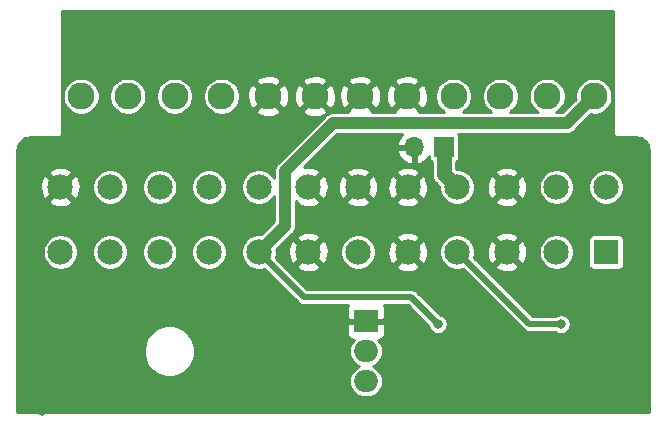
<source format=gbr>
%TF.GenerationSoftware,KiCad,Pcbnew,(5.1.6)-1*%
%TF.CreationDate,2022-02-22T09:41:32-05:00*%
%TF.ProjectId,PICO-AT,5049434f-2d41-4542-9e6b-696361645f70,rev?*%
%TF.SameCoordinates,Original*%
%TF.FileFunction,Copper,L2,Inr*%
%TF.FilePolarity,Positive*%
%FSLAX46Y46*%
G04 Gerber Fmt 4.6, Leading zero omitted, Abs format (unit mm)*
G04 Created by KiCad (PCBNEW (5.1.6)-1) date 2022-02-22 09:41:32*
%MOMM*%
%LPD*%
G01*
G04 APERTURE LIST*
%TA.AperFunction,ViaPad*%
%ADD10C,2.280000*%
%TD*%
%TA.AperFunction,ViaPad*%
%ADD11R,2.150000X2.150000*%
%TD*%
%TA.AperFunction,ViaPad*%
%ADD12C,2.150000*%
%TD*%
%TA.AperFunction,ViaPad*%
%ADD13R,2.000000X1.905000*%
%TD*%
%TA.AperFunction,ViaPad*%
%ADD14O,2.000000X1.905000*%
%TD*%
%TA.AperFunction,ViaPad*%
%ADD15R,1.700000X1.700000*%
%TD*%
%TA.AperFunction,ViaPad*%
%ADD16O,1.700000X1.700000*%
%TD*%
%TA.AperFunction,ViaPad*%
%ADD17C,0.800000*%
%TD*%
%TA.AperFunction,Conductor*%
%ADD18C,0.500000*%
%TD*%
%TA.AperFunction,Conductor*%
%ADD19C,1.000000*%
%TD*%
%TA.AperFunction,Conductor*%
%ADD20C,1.250000*%
%TD*%
%TA.AperFunction,Conductor*%
%ADD21C,0.254000*%
%TD*%
G04 APERTURE END LIST*
D10*
%TO.N,/GND*%
%TO.C,J1*%
X151130000Y-94488000D03*
X155090000Y-94488000D03*
%TO.N,/-12V*%
X159050000Y-94488000D03*
%TO.N,/12V*%
X163010000Y-94488000D03*
%TO.N,/5V*%
X166970000Y-94488000D03*
%TO.N,/PG*%
X170930000Y-94488000D03*
%TD*%
%TO.N,/GND*%
%TO.C,J2*%
X147308000Y-94488000D03*
X143348000Y-94488000D03*
%TO.N,/-5V*%
X139388000Y-94488000D03*
%TO.N,/5V*%
X135428000Y-94488000D03*
X131468000Y-94488000D03*
X127508000Y-94488000D03*
%TD*%
D11*
%TO.N,/3.3V*%
%TO.C,J3*%
X171958000Y-107696000D03*
D12*
X167758000Y-107696000D03*
%TO.N,/GND*%
X163558000Y-107696000D03*
%TO.N,/5V*%
X159358000Y-107696000D03*
%TO.N,/GND*%
X155158000Y-107696000D03*
%TO.N,/5V*%
X150958000Y-107696000D03*
%TO.N,/GND*%
X146758000Y-107696000D03*
%TO.N,/PG*%
X142558000Y-107696000D03*
%TO.N,/5VSB*%
X138358000Y-107696000D03*
%TO.N,/12V*%
X134158000Y-107696000D03*
X129958000Y-107696000D03*
%TO.N,/3.3V*%
X125758000Y-107696000D03*
X171958000Y-102196000D03*
%TO.N,/-12V*%
X167758000Y-102196000D03*
%TO.N,/GND*%
X163558000Y-102196000D03*
%TO.N,/PS-ON*%
X159358000Y-102196000D03*
%TO.N,/GND*%
X155158000Y-102196000D03*
X150958000Y-102196000D03*
X146758000Y-102196000D03*
%TO.N,Net-(J3-Pad20)*%
X142558000Y-102196000D03*
%TO.N,/5V*%
X138358000Y-102196000D03*
X134158000Y-102196000D03*
X129958000Y-102196000D03*
%TO.N,/GND*%
X125758000Y-102196000D03*
%TD*%
D13*
%TO.N,/GND*%
%TO.C,U1*%
X151638000Y-113538000D03*
D14*
%TO.N,/-12V*%
X151638000Y-116078000D03*
%TO.N,/-5V*%
X151638000Y-118618000D03*
%TD*%
D15*
%TO.N,/PS-ON*%
%TO.C,PWR*%
X158242000Y-98806000D03*
D16*
%TO.N,/GND*%
X155702000Y-98806000D03*
%TD*%
D17*
%TO.N,/GND*%
X169672000Y-118364000D03*
X169672000Y-119380000D03*
X159512000Y-118364000D03*
X159512000Y-119380000D03*
X164592000Y-118364000D03*
X164592000Y-119380000D03*
X174752000Y-115062000D03*
X174752000Y-116078000D03*
X124206000Y-113030000D03*
X126238000Y-115062000D03*
X124206000Y-117348000D03*
X126238000Y-119380000D03*
X122428000Y-115062000D03*
X122428000Y-119380000D03*
X124206000Y-121158000D03*
%TO.N,/5V*%
X168148000Y-113792000D03*
%TO.N,/PG*%
X157734000Y-113792000D03*
%TD*%
D18*
%TO.N,/5V*%
X159358000Y-107696000D02*
X165454000Y-113792000D01*
X165454000Y-113792000D02*
X168148000Y-113792000D01*
D19*
%TO.N,/PG*%
X144780000Y-105474000D02*
X142558000Y-107696000D01*
X148817499Y-96774000D02*
X144780000Y-100811499D01*
X144780000Y-100811499D02*
X144780000Y-105474000D01*
X170930000Y-94488000D02*
X168644000Y-96774000D01*
X168644000Y-96774000D02*
X148817499Y-96774000D01*
D18*
X155448000Y-111506000D02*
X157734000Y-113792000D01*
X142558000Y-107696000D02*
X146368000Y-111506000D01*
X146368000Y-111506000D02*
X155448000Y-111506000D01*
D20*
%TO.N,/PS-ON*%
X158242000Y-101080000D02*
X159358000Y-102196000D01*
X158242000Y-98806000D02*
X158242000Y-101080000D01*
%TD*%
D21*
%TO.N,/GND*%
G36*
X172522000Y-97513795D02*
G01*
X172519813Y-97536000D01*
X172528540Y-97624607D01*
X172554386Y-97709810D01*
X172596357Y-97788333D01*
X172642825Y-97844954D01*
X172652841Y-97857159D01*
X172721667Y-97913643D01*
X172800190Y-97955614D01*
X172885393Y-97981460D01*
X172974000Y-97990187D01*
X172996205Y-97988000D01*
X174475892Y-97988000D01*
X174705800Y-98010542D01*
X174905678Y-98070889D01*
X175090039Y-98168916D01*
X175251839Y-98300876D01*
X175384932Y-98461759D01*
X175484240Y-98645425D01*
X175545981Y-98844878D01*
X175570001Y-99073411D01*
X175570000Y-121214000D01*
X122118000Y-121214000D01*
X122118000Y-115863584D01*
X132801000Y-115863584D01*
X132801000Y-116292416D01*
X132884660Y-116713008D01*
X133048767Y-117109196D01*
X133287013Y-117465757D01*
X133590243Y-117768987D01*
X133946804Y-118007233D01*
X134342992Y-118171340D01*
X134763584Y-118255000D01*
X135192416Y-118255000D01*
X135613008Y-118171340D01*
X136009196Y-118007233D01*
X136365757Y-117768987D01*
X136668987Y-117465757D01*
X136907233Y-117109196D01*
X137071340Y-116713008D01*
X137155000Y-116292416D01*
X137155000Y-115863584D01*
X137071340Y-115442992D01*
X136907233Y-115046804D01*
X136668987Y-114690243D01*
X136469244Y-114490500D01*
X149999928Y-114490500D01*
X150012188Y-114614982D01*
X150048498Y-114734680D01*
X150107463Y-114844994D01*
X150186815Y-114941685D01*
X150283506Y-115021037D01*
X150393820Y-115080002D01*
X150513518Y-115116312D01*
X150589052Y-115123751D01*
X150437938Y-115307883D01*
X150309842Y-115547534D01*
X150230961Y-115807571D01*
X150204326Y-116078000D01*
X150230961Y-116348429D01*
X150309842Y-116608466D01*
X150437938Y-116848117D01*
X150610327Y-117058173D01*
X150820383Y-117230562D01*
X151040094Y-117348000D01*
X150820383Y-117465438D01*
X150610327Y-117637827D01*
X150437938Y-117847883D01*
X150309842Y-118087534D01*
X150230961Y-118347571D01*
X150204326Y-118618000D01*
X150230961Y-118888429D01*
X150309842Y-119148466D01*
X150437938Y-119388117D01*
X150610327Y-119598173D01*
X150820383Y-119770562D01*
X151060034Y-119898658D01*
X151320071Y-119977539D01*
X151522738Y-119997500D01*
X151753262Y-119997500D01*
X151955929Y-119977539D01*
X152215966Y-119898658D01*
X152455617Y-119770562D01*
X152665673Y-119598173D01*
X152838062Y-119388117D01*
X152966158Y-119148466D01*
X153045039Y-118888429D01*
X153071674Y-118618000D01*
X153045039Y-118347571D01*
X152966158Y-118087534D01*
X152838062Y-117847883D01*
X152665673Y-117637827D01*
X152455617Y-117465438D01*
X152235906Y-117348000D01*
X152455617Y-117230562D01*
X152665673Y-117058173D01*
X152838062Y-116848117D01*
X152966158Y-116608466D01*
X153045039Y-116348429D01*
X153071674Y-116078000D01*
X153045039Y-115807571D01*
X152966158Y-115547534D01*
X152838062Y-115307883D01*
X152686948Y-115123751D01*
X152762482Y-115116312D01*
X152882180Y-115080002D01*
X152992494Y-115021037D01*
X153089185Y-114941685D01*
X153168537Y-114844994D01*
X153227502Y-114734680D01*
X153263812Y-114614982D01*
X153276072Y-114490500D01*
X153273000Y-113823750D01*
X153114250Y-113665000D01*
X151765000Y-113665000D01*
X151765000Y-113685000D01*
X151511000Y-113685000D01*
X151511000Y-113665000D01*
X150161750Y-113665000D01*
X150003000Y-113823750D01*
X149999928Y-114490500D01*
X136469244Y-114490500D01*
X136365757Y-114387013D01*
X136009196Y-114148767D01*
X135613008Y-113984660D01*
X135192416Y-113901000D01*
X134763584Y-113901000D01*
X134342992Y-113984660D01*
X133946804Y-114148767D01*
X133590243Y-114387013D01*
X133287013Y-114690243D01*
X133048767Y-115046804D01*
X132884660Y-115442992D01*
X132801000Y-115863584D01*
X122118000Y-115863584D01*
X122118000Y-107548066D01*
X124256000Y-107548066D01*
X124256000Y-107843934D01*
X124313721Y-108134117D01*
X124426944Y-108407464D01*
X124591320Y-108653469D01*
X124800531Y-108862680D01*
X125046536Y-109027056D01*
X125319883Y-109140279D01*
X125610066Y-109198000D01*
X125905934Y-109198000D01*
X126196117Y-109140279D01*
X126469464Y-109027056D01*
X126715469Y-108862680D01*
X126924680Y-108653469D01*
X127089056Y-108407464D01*
X127202279Y-108134117D01*
X127260000Y-107843934D01*
X127260000Y-107548066D01*
X128456000Y-107548066D01*
X128456000Y-107843934D01*
X128513721Y-108134117D01*
X128626944Y-108407464D01*
X128791320Y-108653469D01*
X129000531Y-108862680D01*
X129246536Y-109027056D01*
X129519883Y-109140279D01*
X129810066Y-109198000D01*
X130105934Y-109198000D01*
X130396117Y-109140279D01*
X130669464Y-109027056D01*
X130915469Y-108862680D01*
X131124680Y-108653469D01*
X131289056Y-108407464D01*
X131402279Y-108134117D01*
X131460000Y-107843934D01*
X131460000Y-107548066D01*
X132656000Y-107548066D01*
X132656000Y-107843934D01*
X132713721Y-108134117D01*
X132826944Y-108407464D01*
X132991320Y-108653469D01*
X133200531Y-108862680D01*
X133446536Y-109027056D01*
X133719883Y-109140279D01*
X134010066Y-109198000D01*
X134305934Y-109198000D01*
X134596117Y-109140279D01*
X134869464Y-109027056D01*
X135115469Y-108862680D01*
X135324680Y-108653469D01*
X135489056Y-108407464D01*
X135602279Y-108134117D01*
X135660000Y-107843934D01*
X135660000Y-107548066D01*
X136856000Y-107548066D01*
X136856000Y-107843934D01*
X136913721Y-108134117D01*
X137026944Y-108407464D01*
X137191320Y-108653469D01*
X137400531Y-108862680D01*
X137646536Y-109027056D01*
X137919883Y-109140279D01*
X138210066Y-109198000D01*
X138505934Y-109198000D01*
X138796117Y-109140279D01*
X139069464Y-109027056D01*
X139315469Y-108862680D01*
X139524680Y-108653469D01*
X139689056Y-108407464D01*
X139802279Y-108134117D01*
X139860000Y-107843934D01*
X139860000Y-107548066D01*
X139802279Y-107257883D01*
X139689056Y-106984536D01*
X139524680Y-106738531D01*
X139315469Y-106529320D01*
X139069464Y-106364944D01*
X138796117Y-106251721D01*
X138505934Y-106194000D01*
X138210066Y-106194000D01*
X137919883Y-106251721D01*
X137646536Y-106364944D01*
X137400531Y-106529320D01*
X137191320Y-106738531D01*
X137026944Y-106984536D01*
X136913721Y-107257883D01*
X136856000Y-107548066D01*
X135660000Y-107548066D01*
X135602279Y-107257883D01*
X135489056Y-106984536D01*
X135324680Y-106738531D01*
X135115469Y-106529320D01*
X134869464Y-106364944D01*
X134596117Y-106251721D01*
X134305934Y-106194000D01*
X134010066Y-106194000D01*
X133719883Y-106251721D01*
X133446536Y-106364944D01*
X133200531Y-106529320D01*
X132991320Y-106738531D01*
X132826944Y-106984536D01*
X132713721Y-107257883D01*
X132656000Y-107548066D01*
X131460000Y-107548066D01*
X131402279Y-107257883D01*
X131289056Y-106984536D01*
X131124680Y-106738531D01*
X130915469Y-106529320D01*
X130669464Y-106364944D01*
X130396117Y-106251721D01*
X130105934Y-106194000D01*
X129810066Y-106194000D01*
X129519883Y-106251721D01*
X129246536Y-106364944D01*
X129000531Y-106529320D01*
X128791320Y-106738531D01*
X128626944Y-106984536D01*
X128513721Y-107257883D01*
X128456000Y-107548066D01*
X127260000Y-107548066D01*
X127202279Y-107257883D01*
X127089056Y-106984536D01*
X126924680Y-106738531D01*
X126715469Y-106529320D01*
X126469464Y-106364944D01*
X126196117Y-106251721D01*
X125905934Y-106194000D01*
X125610066Y-106194000D01*
X125319883Y-106251721D01*
X125046536Y-106364944D01*
X124800531Y-106529320D01*
X124591320Y-106738531D01*
X124426944Y-106984536D01*
X124313721Y-107257883D01*
X124256000Y-107548066D01*
X122118000Y-107548066D01*
X122118000Y-103384890D01*
X124748715Y-103384890D01*
X124853531Y-103656959D01*
X125155929Y-103805340D01*
X125481465Y-103891875D01*
X125817627Y-103913239D01*
X126151498Y-103868610D01*
X126470247Y-103759704D01*
X126662469Y-103656959D01*
X126767285Y-103384890D01*
X125758000Y-102375605D01*
X124748715Y-103384890D01*
X122118000Y-103384890D01*
X122118000Y-102255627D01*
X124040761Y-102255627D01*
X124085390Y-102589498D01*
X124194296Y-102908247D01*
X124297041Y-103100469D01*
X124569110Y-103205285D01*
X125578395Y-102196000D01*
X125937605Y-102196000D01*
X126946890Y-103205285D01*
X127218959Y-103100469D01*
X127367340Y-102798071D01*
X127453875Y-102472535D01*
X127475239Y-102136373D01*
X127463435Y-102048066D01*
X128456000Y-102048066D01*
X128456000Y-102343934D01*
X128513721Y-102634117D01*
X128626944Y-102907464D01*
X128791320Y-103153469D01*
X129000531Y-103362680D01*
X129246536Y-103527056D01*
X129519883Y-103640279D01*
X129810066Y-103698000D01*
X130105934Y-103698000D01*
X130396117Y-103640279D01*
X130669464Y-103527056D01*
X130915469Y-103362680D01*
X131124680Y-103153469D01*
X131289056Y-102907464D01*
X131402279Y-102634117D01*
X131460000Y-102343934D01*
X131460000Y-102048066D01*
X132656000Y-102048066D01*
X132656000Y-102343934D01*
X132713721Y-102634117D01*
X132826944Y-102907464D01*
X132991320Y-103153469D01*
X133200531Y-103362680D01*
X133446536Y-103527056D01*
X133719883Y-103640279D01*
X134010066Y-103698000D01*
X134305934Y-103698000D01*
X134596117Y-103640279D01*
X134869464Y-103527056D01*
X135115469Y-103362680D01*
X135324680Y-103153469D01*
X135489056Y-102907464D01*
X135602279Y-102634117D01*
X135660000Y-102343934D01*
X135660000Y-102048066D01*
X136856000Y-102048066D01*
X136856000Y-102343934D01*
X136913721Y-102634117D01*
X137026944Y-102907464D01*
X137191320Y-103153469D01*
X137400531Y-103362680D01*
X137646536Y-103527056D01*
X137919883Y-103640279D01*
X138210066Y-103698000D01*
X138505934Y-103698000D01*
X138796117Y-103640279D01*
X139069464Y-103527056D01*
X139315469Y-103362680D01*
X139524680Y-103153469D01*
X139689056Y-102907464D01*
X139802279Y-102634117D01*
X139860000Y-102343934D01*
X139860000Y-102048066D01*
X141056000Y-102048066D01*
X141056000Y-102343934D01*
X141113721Y-102634117D01*
X141226944Y-102907464D01*
X141391320Y-103153469D01*
X141600531Y-103362680D01*
X141846536Y-103527056D01*
X142119883Y-103640279D01*
X142410066Y-103698000D01*
X142705934Y-103698000D01*
X142996117Y-103640279D01*
X143269464Y-103527056D01*
X143515469Y-103362680D01*
X143724680Y-103153469D01*
X143853000Y-102961425D01*
X143853001Y-105090023D01*
X142741875Y-106201149D01*
X142705934Y-106194000D01*
X142410066Y-106194000D01*
X142119883Y-106251721D01*
X141846536Y-106364944D01*
X141600531Y-106529320D01*
X141391320Y-106738531D01*
X141226944Y-106984536D01*
X141113721Y-107257883D01*
X141056000Y-107548066D01*
X141056000Y-107843934D01*
X141113721Y-108134117D01*
X141226944Y-108407464D01*
X141391320Y-108653469D01*
X141600531Y-108862680D01*
X141846536Y-109027056D01*
X142119883Y-109140279D01*
X142410066Y-109198000D01*
X142705934Y-109198000D01*
X142996117Y-109140279D01*
X143030581Y-109126004D01*
X145865778Y-111961201D01*
X145886973Y-111987027D01*
X145912799Y-112008222D01*
X145912801Y-112008224D01*
X145990059Y-112071628D01*
X146107670Y-112134492D01*
X146235285Y-112173204D01*
X146368000Y-112186275D01*
X146401252Y-112183000D01*
X150146860Y-112183000D01*
X150107463Y-112231006D01*
X150048498Y-112341320D01*
X150012188Y-112461018D01*
X149999928Y-112585500D01*
X150003000Y-113252250D01*
X150161750Y-113411000D01*
X151511000Y-113411000D01*
X151511000Y-113391000D01*
X151765000Y-113391000D01*
X151765000Y-113411000D01*
X153114250Y-113411000D01*
X153273000Y-113252250D01*
X153276072Y-112585500D01*
X153263812Y-112461018D01*
X153227502Y-112341320D01*
X153168537Y-112231006D01*
X153129140Y-112183000D01*
X155167578Y-112183000D01*
X156919160Y-113934582D01*
X156938782Y-114033227D01*
X157001123Y-114183731D01*
X157091628Y-114319181D01*
X157206819Y-114434372D01*
X157342269Y-114524877D01*
X157492773Y-114587218D01*
X157652548Y-114619000D01*
X157815452Y-114619000D01*
X157975227Y-114587218D01*
X158125731Y-114524877D01*
X158261181Y-114434372D01*
X158376372Y-114319181D01*
X158466877Y-114183731D01*
X158529218Y-114033227D01*
X158561000Y-113873452D01*
X158561000Y-113710548D01*
X158529218Y-113550773D01*
X158466877Y-113400269D01*
X158376372Y-113264819D01*
X158261181Y-113149628D01*
X158125731Y-113059123D01*
X157975227Y-112996782D01*
X157876582Y-112977160D01*
X155950226Y-111050804D01*
X155929027Y-111024973D01*
X155825941Y-110940372D01*
X155708330Y-110877508D01*
X155580715Y-110838796D01*
X155481252Y-110829000D01*
X155481245Y-110829000D01*
X155448000Y-110825726D01*
X155414755Y-110829000D01*
X146648423Y-110829000D01*
X144704313Y-108884890D01*
X145748715Y-108884890D01*
X145853531Y-109156959D01*
X146155929Y-109305340D01*
X146481465Y-109391875D01*
X146817627Y-109413239D01*
X147151498Y-109368610D01*
X147470247Y-109259704D01*
X147662469Y-109156959D01*
X147767285Y-108884890D01*
X146758000Y-107875605D01*
X145748715Y-108884890D01*
X144704313Y-108884890D01*
X143988004Y-108168581D01*
X144002279Y-108134117D01*
X144060000Y-107843934D01*
X144060000Y-107755627D01*
X145040761Y-107755627D01*
X145085390Y-108089498D01*
X145194296Y-108408247D01*
X145297041Y-108600469D01*
X145569110Y-108705285D01*
X146578395Y-107696000D01*
X146937605Y-107696000D01*
X147946890Y-108705285D01*
X148218959Y-108600469D01*
X148367340Y-108298071D01*
X148453875Y-107972535D01*
X148475239Y-107636373D01*
X148463435Y-107548066D01*
X149456000Y-107548066D01*
X149456000Y-107843934D01*
X149513721Y-108134117D01*
X149626944Y-108407464D01*
X149791320Y-108653469D01*
X150000531Y-108862680D01*
X150246536Y-109027056D01*
X150519883Y-109140279D01*
X150810066Y-109198000D01*
X151105934Y-109198000D01*
X151396117Y-109140279D01*
X151669464Y-109027056D01*
X151882229Y-108884890D01*
X154148715Y-108884890D01*
X154253531Y-109156959D01*
X154555929Y-109305340D01*
X154881465Y-109391875D01*
X155217627Y-109413239D01*
X155551498Y-109368610D01*
X155870247Y-109259704D01*
X156062469Y-109156959D01*
X156167285Y-108884890D01*
X155158000Y-107875605D01*
X154148715Y-108884890D01*
X151882229Y-108884890D01*
X151915469Y-108862680D01*
X152124680Y-108653469D01*
X152289056Y-108407464D01*
X152402279Y-108134117D01*
X152460000Y-107843934D01*
X152460000Y-107755627D01*
X153440761Y-107755627D01*
X153485390Y-108089498D01*
X153594296Y-108408247D01*
X153697041Y-108600469D01*
X153969110Y-108705285D01*
X154978395Y-107696000D01*
X155337605Y-107696000D01*
X156346890Y-108705285D01*
X156618959Y-108600469D01*
X156767340Y-108298071D01*
X156853875Y-107972535D01*
X156875239Y-107636373D01*
X156863435Y-107548066D01*
X157856000Y-107548066D01*
X157856000Y-107843934D01*
X157913721Y-108134117D01*
X158026944Y-108407464D01*
X158191320Y-108653469D01*
X158400531Y-108862680D01*
X158646536Y-109027056D01*
X158919883Y-109140279D01*
X159210066Y-109198000D01*
X159505934Y-109198000D01*
X159796117Y-109140279D01*
X159830581Y-109126004D01*
X164951778Y-114247201D01*
X164972973Y-114273027D01*
X165076059Y-114357628D01*
X165193670Y-114420492D01*
X165321285Y-114459204D01*
X165420748Y-114469000D01*
X165420755Y-114469000D01*
X165454000Y-114472274D01*
X165487245Y-114469000D01*
X167672643Y-114469000D01*
X167756269Y-114524877D01*
X167906773Y-114587218D01*
X168066548Y-114619000D01*
X168229452Y-114619000D01*
X168389227Y-114587218D01*
X168539731Y-114524877D01*
X168675181Y-114434372D01*
X168790372Y-114319181D01*
X168880877Y-114183731D01*
X168943218Y-114033227D01*
X168975000Y-113873452D01*
X168975000Y-113710548D01*
X168943218Y-113550773D01*
X168880877Y-113400269D01*
X168790372Y-113264819D01*
X168675181Y-113149628D01*
X168539731Y-113059123D01*
X168389227Y-112996782D01*
X168229452Y-112965000D01*
X168066548Y-112965000D01*
X167906773Y-112996782D01*
X167756269Y-113059123D01*
X167672643Y-113115000D01*
X165734423Y-113115000D01*
X161504313Y-108884890D01*
X162548715Y-108884890D01*
X162653531Y-109156959D01*
X162955929Y-109305340D01*
X163281465Y-109391875D01*
X163617627Y-109413239D01*
X163951498Y-109368610D01*
X164270247Y-109259704D01*
X164462469Y-109156959D01*
X164567285Y-108884890D01*
X163558000Y-107875605D01*
X162548715Y-108884890D01*
X161504313Y-108884890D01*
X160788004Y-108168581D01*
X160802279Y-108134117D01*
X160860000Y-107843934D01*
X160860000Y-107755627D01*
X161840761Y-107755627D01*
X161885390Y-108089498D01*
X161994296Y-108408247D01*
X162097041Y-108600469D01*
X162369110Y-108705285D01*
X163378395Y-107696000D01*
X163737605Y-107696000D01*
X164746890Y-108705285D01*
X165018959Y-108600469D01*
X165167340Y-108298071D01*
X165253875Y-107972535D01*
X165275239Y-107636373D01*
X165263435Y-107548066D01*
X166256000Y-107548066D01*
X166256000Y-107843934D01*
X166313721Y-108134117D01*
X166426944Y-108407464D01*
X166591320Y-108653469D01*
X166800531Y-108862680D01*
X167046536Y-109027056D01*
X167319883Y-109140279D01*
X167610066Y-109198000D01*
X167905934Y-109198000D01*
X168196117Y-109140279D01*
X168469464Y-109027056D01*
X168715469Y-108862680D01*
X168924680Y-108653469D01*
X169089056Y-108407464D01*
X169202279Y-108134117D01*
X169260000Y-107843934D01*
X169260000Y-107548066D01*
X169202279Y-107257883D01*
X169089056Y-106984536D01*
X168924680Y-106738531D01*
X168807149Y-106621000D01*
X170453934Y-106621000D01*
X170453934Y-108771000D01*
X170462178Y-108854707D01*
X170486595Y-108935196D01*
X170526245Y-109009376D01*
X170579605Y-109074395D01*
X170644624Y-109127755D01*
X170718804Y-109167405D01*
X170799293Y-109191822D01*
X170883000Y-109200066D01*
X173033000Y-109200066D01*
X173116707Y-109191822D01*
X173197196Y-109167405D01*
X173271376Y-109127755D01*
X173336395Y-109074395D01*
X173389755Y-109009376D01*
X173429405Y-108935196D01*
X173453822Y-108854707D01*
X173462066Y-108771000D01*
X173462066Y-106621000D01*
X173453822Y-106537293D01*
X173429405Y-106456804D01*
X173389755Y-106382624D01*
X173336395Y-106317605D01*
X173271376Y-106264245D01*
X173197196Y-106224595D01*
X173116707Y-106200178D01*
X173033000Y-106191934D01*
X170883000Y-106191934D01*
X170799293Y-106200178D01*
X170718804Y-106224595D01*
X170644624Y-106264245D01*
X170579605Y-106317605D01*
X170526245Y-106382624D01*
X170486595Y-106456804D01*
X170462178Y-106537293D01*
X170453934Y-106621000D01*
X168807149Y-106621000D01*
X168715469Y-106529320D01*
X168469464Y-106364944D01*
X168196117Y-106251721D01*
X167905934Y-106194000D01*
X167610066Y-106194000D01*
X167319883Y-106251721D01*
X167046536Y-106364944D01*
X166800531Y-106529320D01*
X166591320Y-106738531D01*
X166426944Y-106984536D01*
X166313721Y-107257883D01*
X166256000Y-107548066D01*
X165263435Y-107548066D01*
X165230610Y-107302502D01*
X165121704Y-106983753D01*
X165018959Y-106791531D01*
X164746890Y-106686715D01*
X163737605Y-107696000D01*
X163378395Y-107696000D01*
X162369110Y-106686715D01*
X162097041Y-106791531D01*
X161948660Y-107093929D01*
X161862125Y-107419465D01*
X161840761Y-107755627D01*
X160860000Y-107755627D01*
X160860000Y-107548066D01*
X160802279Y-107257883D01*
X160689056Y-106984536D01*
X160524680Y-106738531D01*
X160315469Y-106529320D01*
X160282230Y-106507110D01*
X162548715Y-106507110D01*
X163558000Y-107516395D01*
X164567285Y-106507110D01*
X164462469Y-106235041D01*
X164160071Y-106086660D01*
X163834535Y-106000125D01*
X163498373Y-105978761D01*
X163164502Y-106023390D01*
X162845753Y-106132296D01*
X162653531Y-106235041D01*
X162548715Y-106507110D01*
X160282230Y-106507110D01*
X160069464Y-106364944D01*
X159796117Y-106251721D01*
X159505934Y-106194000D01*
X159210066Y-106194000D01*
X158919883Y-106251721D01*
X158646536Y-106364944D01*
X158400531Y-106529320D01*
X158191320Y-106738531D01*
X158026944Y-106984536D01*
X157913721Y-107257883D01*
X157856000Y-107548066D01*
X156863435Y-107548066D01*
X156830610Y-107302502D01*
X156721704Y-106983753D01*
X156618959Y-106791531D01*
X156346890Y-106686715D01*
X155337605Y-107696000D01*
X154978395Y-107696000D01*
X153969110Y-106686715D01*
X153697041Y-106791531D01*
X153548660Y-107093929D01*
X153462125Y-107419465D01*
X153440761Y-107755627D01*
X152460000Y-107755627D01*
X152460000Y-107548066D01*
X152402279Y-107257883D01*
X152289056Y-106984536D01*
X152124680Y-106738531D01*
X151915469Y-106529320D01*
X151882230Y-106507110D01*
X154148715Y-106507110D01*
X155158000Y-107516395D01*
X156167285Y-106507110D01*
X156062469Y-106235041D01*
X155760071Y-106086660D01*
X155434535Y-106000125D01*
X155098373Y-105978761D01*
X154764502Y-106023390D01*
X154445753Y-106132296D01*
X154253531Y-106235041D01*
X154148715Y-106507110D01*
X151882230Y-106507110D01*
X151669464Y-106364944D01*
X151396117Y-106251721D01*
X151105934Y-106194000D01*
X150810066Y-106194000D01*
X150519883Y-106251721D01*
X150246536Y-106364944D01*
X150000531Y-106529320D01*
X149791320Y-106738531D01*
X149626944Y-106984536D01*
X149513721Y-107257883D01*
X149456000Y-107548066D01*
X148463435Y-107548066D01*
X148430610Y-107302502D01*
X148321704Y-106983753D01*
X148218959Y-106791531D01*
X147946890Y-106686715D01*
X146937605Y-107696000D01*
X146578395Y-107696000D01*
X145569110Y-106686715D01*
X145297041Y-106791531D01*
X145148660Y-107093929D01*
X145062125Y-107419465D01*
X145040761Y-107755627D01*
X144060000Y-107755627D01*
X144060000Y-107548066D01*
X144052851Y-107512125D01*
X145057866Y-106507110D01*
X145748715Y-106507110D01*
X146758000Y-107516395D01*
X147767285Y-106507110D01*
X147662469Y-106235041D01*
X147360071Y-106086660D01*
X147034535Y-106000125D01*
X146698373Y-105978761D01*
X146364502Y-106023390D01*
X146045753Y-106132296D01*
X145853531Y-106235041D01*
X145748715Y-106507110D01*
X145057866Y-106507110D01*
X145403292Y-106161684D01*
X145438659Y-106132659D01*
X145467684Y-106097292D01*
X145467688Y-106097288D01*
X145554502Y-105991505D01*
X145640580Y-105830464D01*
X145693587Y-105655724D01*
X145707000Y-105519538D01*
X145707000Y-105519527D01*
X145711484Y-105474000D01*
X145707000Y-105428473D01*
X145707000Y-103426608D01*
X145748716Y-103384892D01*
X145853531Y-103656959D01*
X146155929Y-103805340D01*
X146481465Y-103891875D01*
X146817627Y-103913239D01*
X147151498Y-103868610D01*
X147470247Y-103759704D01*
X147662469Y-103656959D01*
X147767285Y-103384890D01*
X149948715Y-103384890D01*
X150053531Y-103656959D01*
X150355929Y-103805340D01*
X150681465Y-103891875D01*
X151017627Y-103913239D01*
X151351498Y-103868610D01*
X151670247Y-103759704D01*
X151862469Y-103656959D01*
X151967285Y-103384890D01*
X154148715Y-103384890D01*
X154253531Y-103656959D01*
X154555929Y-103805340D01*
X154881465Y-103891875D01*
X155217627Y-103913239D01*
X155551498Y-103868610D01*
X155870247Y-103759704D01*
X156062469Y-103656959D01*
X156167285Y-103384890D01*
X155158000Y-102375605D01*
X154148715Y-103384890D01*
X151967285Y-103384890D01*
X150958000Y-102375605D01*
X149948715Y-103384890D01*
X147767285Y-103384890D01*
X146758000Y-102375605D01*
X146743858Y-102389748D01*
X146564253Y-102210143D01*
X146578395Y-102196000D01*
X146937605Y-102196000D01*
X147946890Y-103205285D01*
X148218959Y-103100469D01*
X148367340Y-102798071D01*
X148453875Y-102472535D01*
X148467660Y-102255627D01*
X149240761Y-102255627D01*
X149285390Y-102589498D01*
X149394296Y-102908247D01*
X149497041Y-103100469D01*
X149769110Y-103205285D01*
X150778395Y-102196000D01*
X151137605Y-102196000D01*
X152146890Y-103205285D01*
X152418959Y-103100469D01*
X152567340Y-102798071D01*
X152653875Y-102472535D01*
X152667660Y-102255627D01*
X153440761Y-102255627D01*
X153485390Y-102589498D01*
X153594296Y-102908247D01*
X153697041Y-103100469D01*
X153969110Y-103205285D01*
X154978395Y-102196000D01*
X155337605Y-102196000D01*
X156346890Y-103205285D01*
X156618959Y-103100469D01*
X156767340Y-102798071D01*
X156853875Y-102472535D01*
X156875239Y-102136373D01*
X156830610Y-101802502D01*
X156721704Y-101483753D01*
X156618959Y-101291531D01*
X156346890Y-101186715D01*
X155337605Y-102196000D01*
X154978395Y-102196000D01*
X153969110Y-101186715D01*
X153697041Y-101291531D01*
X153548660Y-101593929D01*
X153462125Y-101919465D01*
X153440761Y-102255627D01*
X152667660Y-102255627D01*
X152675239Y-102136373D01*
X152630610Y-101802502D01*
X152521704Y-101483753D01*
X152418959Y-101291531D01*
X152146890Y-101186715D01*
X151137605Y-102196000D01*
X150778395Y-102196000D01*
X149769110Y-101186715D01*
X149497041Y-101291531D01*
X149348660Y-101593929D01*
X149262125Y-101919465D01*
X149240761Y-102255627D01*
X148467660Y-102255627D01*
X148475239Y-102136373D01*
X148430610Y-101802502D01*
X148321704Y-101483753D01*
X148218959Y-101291531D01*
X147946890Y-101186715D01*
X146937605Y-102196000D01*
X146578395Y-102196000D01*
X146564253Y-102181858D01*
X146743858Y-102002253D01*
X146758000Y-102016395D01*
X147767285Y-101007110D01*
X149948715Y-101007110D01*
X150958000Y-102016395D01*
X151967285Y-101007110D01*
X154148715Y-101007110D01*
X155158000Y-102016395D01*
X156167285Y-101007110D01*
X156062469Y-100735041D01*
X155760071Y-100586660D01*
X155434535Y-100500125D01*
X155098373Y-100478761D01*
X154764502Y-100523390D01*
X154445753Y-100632296D01*
X154253531Y-100735041D01*
X154148715Y-101007110D01*
X151967285Y-101007110D01*
X151862469Y-100735041D01*
X151560071Y-100586660D01*
X151234535Y-100500125D01*
X150898373Y-100478761D01*
X150564502Y-100523390D01*
X150245753Y-100632296D01*
X150053531Y-100735041D01*
X149948715Y-101007110D01*
X147767285Y-101007110D01*
X147662469Y-100735041D01*
X147360071Y-100586660D01*
X147034535Y-100500125D01*
X146698373Y-100478761D01*
X146381334Y-100521140D01*
X147739583Y-99162891D01*
X154260519Y-99162891D01*
X154357843Y-99437252D01*
X154506822Y-99687355D01*
X154701731Y-99903588D01*
X154935080Y-100077641D01*
X155197901Y-100202825D01*
X155345110Y-100247476D01*
X155575000Y-100126155D01*
X155575000Y-98933000D01*
X154381186Y-98933000D01*
X154260519Y-99162891D01*
X147739583Y-99162891D01*
X149201475Y-97701000D01*
X154711668Y-97701000D01*
X154701731Y-97708412D01*
X154506822Y-97924645D01*
X154357843Y-98174748D01*
X154260519Y-98449109D01*
X154381186Y-98679000D01*
X155575000Y-98679000D01*
X155575000Y-98659000D01*
X155829000Y-98659000D01*
X155829000Y-98679000D01*
X155849000Y-98679000D01*
X155849000Y-98933000D01*
X155829000Y-98933000D01*
X155829000Y-100126155D01*
X156058890Y-100247476D01*
X156206099Y-100202825D01*
X156468920Y-100077641D01*
X156702269Y-99903588D01*
X156897178Y-99687355D01*
X156962934Y-99576965D01*
X156962934Y-99656000D01*
X156971178Y-99739707D01*
X156995595Y-99820196D01*
X157035245Y-99894376D01*
X157088605Y-99959395D01*
X157153624Y-100012755D01*
X157190001Y-100032199D01*
X157190001Y-101028312D01*
X157184910Y-101080000D01*
X157205222Y-101286227D01*
X157265376Y-101484530D01*
X157310848Y-101569601D01*
X157363063Y-101667288D01*
X157494525Y-101827476D01*
X157534675Y-101860426D01*
X157856000Y-102181751D01*
X157856000Y-102343934D01*
X157913721Y-102634117D01*
X158026944Y-102907464D01*
X158191320Y-103153469D01*
X158400531Y-103362680D01*
X158646536Y-103527056D01*
X158919883Y-103640279D01*
X159210066Y-103698000D01*
X159505934Y-103698000D01*
X159796117Y-103640279D01*
X160069464Y-103527056D01*
X160282229Y-103384890D01*
X162548715Y-103384890D01*
X162653531Y-103656959D01*
X162955929Y-103805340D01*
X163281465Y-103891875D01*
X163617627Y-103913239D01*
X163951498Y-103868610D01*
X164270247Y-103759704D01*
X164462469Y-103656959D01*
X164567285Y-103384890D01*
X163558000Y-102375605D01*
X162548715Y-103384890D01*
X160282229Y-103384890D01*
X160315469Y-103362680D01*
X160524680Y-103153469D01*
X160689056Y-102907464D01*
X160802279Y-102634117D01*
X160860000Y-102343934D01*
X160860000Y-102255627D01*
X161840761Y-102255627D01*
X161885390Y-102589498D01*
X161994296Y-102908247D01*
X162097041Y-103100469D01*
X162369110Y-103205285D01*
X163378395Y-102196000D01*
X163737605Y-102196000D01*
X164746890Y-103205285D01*
X165018959Y-103100469D01*
X165167340Y-102798071D01*
X165253875Y-102472535D01*
X165275239Y-102136373D01*
X165263435Y-102048066D01*
X166256000Y-102048066D01*
X166256000Y-102343934D01*
X166313721Y-102634117D01*
X166426944Y-102907464D01*
X166591320Y-103153469D01*
X166800531Y-103362680D01*
X167046536Y-103527056D01*
X167319883Y-103640279D01*
X167610066Y-103698000D01*
X167905934Y-103698000D01*
X168196117Y-103640279D01*
X168469464Y-103527056D01*
X168715469Y-103362680D01*
X168924680Y-103153469D01*
X169089056Y-102907464D01*
X169202279Y-102634117D01*
X169260000Y-102343934D01*
X169260000Y-102048066D01*
X170456000Y-102048066D01*
X170456000Y-102343934D01*
X170513721Y-102634117D01*
X170626944Y-102907464D01*
X170791320Y-103153469D01*
X171000531Y-103362680D01*
X171246536Y-103527056D01*
X171519883Y-103640279D01*
X171810066Y-103698000D01*
X172105934Y-103698000D01*
X172396117Y-103640279D01*
X172669464Y-103527056D01*
X172915469Y-103362680D01*
X173124680Y-103153469D01*
X173289056Y-102907464D01*
X173402279Y-102634117D01*
X173460000Y-102343934D01*
X173460000Y-102048066D01*
X173402279Y-101757883D01*
X173289056Y-101484536D01*
X173124680Y-101238531D01*
X172915469Y-101029320D01*
X172669464Y-100864944D01*
X172396117Y-100751721D01*
X172105934Y-100694000D01*
X171810066Y-100694000D01*
X171519883Y-100751721D01*
X171246536Y-100864944D01*
X171000531Y-101029320D01*
X170791320Y-101238531D01*
X170626944Y-101484536D01*
X170513721Y-101757883D01*
X170456000Y-102048066D01*
X169260000Y-102048066D01*
X169202279Y-101757883D01*
X169089056Y-101484536D01*
X168924680Y-101238531D01*
X168715469Y-101029320D01*
X168469464Y-100864944D01*
X168196117Y-100751721D01*
X167905934Y-100694000D01*
X167610066Y-100694000D01*
X167319883Y-100751721D01*
X167046536Y-100864944D01*
X166800531Y-101029320D01*
X166591320Y-101238531D01*
X166426944Y-101484536D01*
X166313721Y-101757883D01*
X166256000Y-102048066D01*
X165263435Y-102048066D01*
X165230610Y-101802502D01*
X165121704Y-101483753D01*
X165018959Y-101291531D01*
X164746890Y-101186715D01*
X163737605Y-102196000D01*
X163378395Y-102196000D01*
X162369110Y-101186715D01*
X162097041Y-101291531D01*
X161948660Y-101593929D01*
X161862125Y-101919465D01*
X161840761Y-102255627D01*
X160860000Y-102255627D01*
X160860000Y-102048066D01*
X160802279Y-101757883D01*
X160689056Y-101484536D01*
X160524680Y-101238531D01*
X160315469Y-101029320D01*
X160282230Y-101007110D01*
X162548715Y-101007110D01*
X163558000Y-102016395D01*
X164567285Y-101007110D01*
X164462469Y-100735041D01*
X164160071Y-100586660D01*
X163834535Y-100500125D01*
X163498373Y-100478761D01*
X163164502Y-100523390D01*
X162845753Y-100632296D01*
X162653531Y-100735041D01*
X162548715Y-101007110D01*
X160282230Y-101007110D01*
X160069464Y-100864944D01*
X159796117Y-100751721D01*
X159505934Y-100694000D01*
X159343751Y-100694000D01*
X159294000Y-100644249D01*
X159294000Y-100032198D01*
X159330376Y-100012755D01*
X159395395Y-99959395D01*
X159448755Y-99894376D01*
X159488405Y-99820196D01*
X159512822Y-99739707D01*
X159521066Y-99656000D01*
X159521066Y-97956000D01*
X159512822Y-97872293D01*
X159488405Y-97791804D01*
X159448755Y-97717624D01*
X159435112Y-97701000D01*
X168598473Y-97701000D01*
X168644000Y-97705484D01*
X168689527Y-97701000D01*
X168689538Y-97701000D01*
X168825724Y-97687587D01*
X169000464Y-97634580D01*
X169161505Y-97548501D01*
X169302659Y-97432659D01*
X169331688Y-97397287D01*
X170690847Y-96038129D01*
X170775664Y-96055000D01*
X171084336Y-96055000D01*
X171387077Y-95994781D01*
X171672253Y-95876657D01*
X171928904Y-95705168D01*
X172147168Y-95486904D01*
X172318657Y-95230253D01*
X172436781Y-94945077D01*
X172497000Y-94642336D01*
X172497000Y-94333664D01*
X172436781Y-94030923D01*
X172318657Y-93745747D01*
X172147168Y-93489096D01*
X171928904Y-93270832D01*
X171672253Y-93099343D01*
X171387077Y-92981219D01*
X171084336Y-92921000D01*
X170775664Y-92921000D01*
X170472923Y-92981219D01*
X170187747Y-93099343D01*
X169931096Y-93270832D01*
X169712832Y-93489096D01*
X169541343Y-93745747D01*
X169423219Y-94030923D01*
X169363000Y-94333664D01*
X169363000Y-94642336D01*
X169379871Y-94727153D01*
X168260025Y-95847000D01*
X167756638Y-95847000D01*
X167968904Y-95705168D01*
X168187168Y-95486904D01*
X168358657Y-95230253D01*
X168476781Y-94945077D01*
X168537000Y-94642336D01*
X168537000Y-94333664D01*
X168476781Y-94030923D01*
X168358657Y-93745747D01*
X168187168Y-93489096D01*
X167968904Y-93270832D01*
X167712253Y-93099343D01*
X167427077Y-92981219D01*
X167124336Y-92921000D01*
X166815664Y-92921000D01*
X166512923Y-92981219D01*
X166227747Y-93099343D01*
X165971096Y-93270832D01*
X165752832Y-93489096D01*
X165581343Y-93745747D01*
X165463219Y-94030923D01*
X165403000Y-94333664D01*
X165403000Y-94642336D01*
X165463219Y-94945077D01*
X165581343Y-95230253D01*
X165752832Y-95486904D01*
X165971096Y-95705168D01*
X166183362Y-95847000D01*
X163796638Y-95847000D01*
X164008904Y-95705168D01*
X164227168Y-95486904D01*
X164398657Y-95230253D01*
X164516781Y-94945077D01*
X164577000Y-94642336D01*
X164577000Y-94333664D01*
X164516781Y-94030923D01*
X164398657Y-93745747D01*
X164227168Y-93489096D01*
X164008904Y-93270832D01*
X163752253Y-93099343D01*
X163467077Y-92981219D01*
X163164336Y-92921000D01*
X162855664Y-92921000D01*
X162552923Y-92981219D01*
X162267747Y-93099343D01*
X162011096Y-93270832D01*
X161792832Y-93489096D01*
X161621343Y-93745747D01*
X161503219Y-94030923D01*
X161443000Y-94333664D01*
X161443000Y-94642336D01*
X161503219Y-94945077D01*
X161621343Y-95230253D01*
X161792832Y-95486904D01*
X162011096Y-95705168D01*
X162223362Y-95847000D01*
X159836638Y-95847000D01*
X160048904Y-95705168D01*
X160267168Y-95486904D01*
X160438657Y-95230253D01*
X160556781Y-94945077D01*
X160617000Y-94642336D01*
X160617000Y-94333664D01*
X160556781Y-94030923D01*
X160438657Y-93745747D01*
X160267168Y-93489096D01*
X160048904Y-93270832D01*
X159792253Y-93099343D01*
X159507077Y-92981219D01*
X159204336Y-92921000D01*
X158895664Y-92921000D01*
X158592923Y-92981219D01*
X158307747Y-93099343D01*
X158051096Y-93270832D01*
X157832832Y-93489096D01*
X157661343Y-93745747D01*
X157543219Y-94030923D01*
X157483000Y-94333664D01*
X157483000Y-94642336D01*
X157543219Y-94945077D01*
X157661343Y-95230253D01*
X157832832Y-95486904D01*
X158051096Y-95705168D01*
X158263362Y-95847000D01*
X156095586Y-95847000D01*
X156145616Y-95723222D01*
X155090000Y-94667605D01*
X154034384Y-95723222D01*
X154084414Y-95847000D01*
X152135586Y-95847000D01*
X152185616Y-95723222D01*
X151130000Y-94667605D01*
X150074384Y-95723222D01*
X150124414Y-95847000D01*
X148863026Y-95847000D01*
X148817499Y-95842516D01*
X148771972Y-95847000D01*
X148771961Y-95847000D01*
X148635775Y-95860413D01*
X148461035Y-95913420D01*
X148299993Y-95999499D01*
X148194211Y-96086312D01*
X148194207Y-96086316D01*
X148158840Y-96115341D01*
X148129815Y-96150708D01*
X144156713Y-100123811D01*
X144121341Y-100152840D01*
X144092313Y-100188211D01*
X144092312Y-100188212D01*
X144005499Y-100293994D01*
X143984904Y-100332525D01*
X143919420Y-100455036D01*
X143866413Y-100629776D01*
X143853000Y-100765962D01*
X143853000Y-100765972D01*
X143848516Y-100811499D01*
X143853000Y-100857026D01*
X143853000Y-101430575D01*
X143724680Y-101238531D01*
X143515469Y-101029320D01*
X143269464Y-100864944D01*
X142996117Y-100751721D01*
X142705934Y-100694000D01*
X142410066Y-100694000D01*
X142119883Y-100751721D01*
X141846536Y-100864944D01*
X141600531Y-101029320D01*
X141391320Y-101238531D01*
X141226944Y-101484536D01*
X141113721Y-101757883D01*
X141056000Y-102048066D01*
X139860000Y-102048066D01*
X139802279Y-101757883D01*
X139689056Y-101484536D01*
X139524680Y-101238531D01*
X139315469Y-101029320D01*
X139069464Y-100864944D01*
X138796117Y-100751721D01*
X138505934Y-100694000D01*
X138210066Y-100694000D01*
X137919883Y-100751721D01*
X137646536Y-100864944D01*
X137400531Y-101029320D01*
X137191320Y-101238531D01*
X137026944Y-101484536D01*
X136913721Y-101757883D01*
X136856000Y-102048066D01*
X135660000Y-102048066D01*
X135602279Y-101757883D01*
X135489056Y-101484536D01*
X135324680Y-101238531D01*
X135115469Y-101029320D01*
X134869464Y-100864944D01*
X134596117Y-100751721D01*
X134305934Y-100694000D01*
X134010066Y-100694000D01*
X133719883Y-100751721D01*
X133446536Y-100864944D01*
X133200531Y-101029320D01*
X132991320Y-101238531D01*
X132826944Y-101484536D01*
X132713721Y-101757883D01*
X132656000Y-102048066D01*
X131460000Y-102048066D01*
X131402279Y-101757883D01*
X131289056Y-101484536D01*
X131124680Y-101238531D01*
X130915469Y-101029320D01*
X130669464Y-100864944D01*
X130396117Y-100751721D01*
X130105934Y-100694000D01*
X129810066Y-100694000D01*
X129519883Y-100751721D01*
X129246536Y-100864944D01*
X129000531Y-101029320D01*
X128791320Y-101238531D01*
X128626944Y-101484536D01*
X128513721Y-101757883D01*
X128456000Y-102048066D01*
X127463435Y-102048066D01*
X127430610Y-101802502D01*
X127321704Y-101483753D01*
X127218959Y-101291531D01*
X126946890Y-101186715D01*
X125937605Y-102196000D01*
X125578395Y-102196000D01*
X124569110Y-101186715D01*
X124297041Y-101291531D01*
X124148660Y-101593929D01*
X124062125Y-101919465D01*
X124040761Y-102255627D01*
X122118000Y-102255627D01*
X122118000Y-101007110D01*
X124748715Y-101007110D01*
X125758000Y-102016395D01*
X126767285Y-101007110D01*
X126662469Y-100735041D01*
X126360071Y-100586660D01*
X126034535Y-100500125D01*
X125698373Y-100478761D01*
X125364502Y-100523390D01*
X125045753Y-100632296D01*
X124853531Y-100735041D01*
X124748715Y-101007110D01*
X122118000Y-101007110D01*
X122118000Y-99082108D01*
X122140542Y-98852200D01*
X122200889Y-98652322D01*
X122298916Y-98467961D01*
X122430876Y-98306161D01*
X122591759Y-98173068D01*
X122775425Y-98073760D01*
X122974878Y-98012019D01*
X123203401Y-97988000D01*
X125453795Y-97988000D01*
X125476000Y-97990187D01*
X125498205Y-97988000D01*
X125564607Y-97981460D01*
X125649810Y-97955614D01*
X125728333Y-97913643D01*
X125797159Y-97857159D01*
X125853643Y-97788333D01*
X125895614Y-97709810D01*
X125921460Y-97624607D01*
X125930187Y-97536000D01*
X125928000Y-97513795D01*
X125928000Y-94333664D01*
X125941000Y-94333664D01*
X125941000Y-94642336D01*
X126001219Y-94945077D01*
X126119343Y-95230253D01*
X126290832Y-95486904D01*
X126509096Y-95705168D01*
X126765747Y-95876657D01*
X127050923Y-95994781D01*
X127353664Y-96055000D01*
X127662336Y-96055000D01*
X127965077Y-95994781D01*
X128250253Y-95876657D01*
X128506904Y-95705168D01*
X128725168Y-95486904D01*
X128896657Y-95230253D01*
X129014781Y-94945077D01*
X129075000Y-94642336D01*
X129075000Y-94333664D01*
X129901000Y-94333664D01*
X129901000Y-94642336D01*
X129961219Y-94945077D01*
X130079343Y-95230253D01*
X130250832Y-95486904D01*
X130469096Y-95705168D01*
X130725747Y-95876657D01*
X131010923Y-95994781D01*
X131313664Y-96055000D01*
X131622336Y-96055000D01*
X131925077Y-95994781D01*
X132210253Y-95876657D01*
X132466904Y-95705168D01*
X132685168Y-95486904D01*
X132856657Y-95230253D01*
X132974781Y-94945077D01*
X133035000Y-94642336D01*
X133035000Y-94333664D01*
X133861000Y-94333664D01*
X133861000Y-94642336D01*
X133921219Y-94945077D01*
X134039343Y-95230253D01*
X134210832Y-95486904D01*
X134429096Y-95705168D01*
X134685747Y-95876657D01*
X134970923Y-95994781D01*
X135273664Y-96055000D01*
X135582336Y-96055000D01*
X135885077Y-95994781D01*
X136170253Y-95876657D01*
X136426904Y-95705168D01*
X136645168Y-95486904D01*
X136816657Y-95230253D01*
X136934781Y-94945077D01*
X136995000Y-94642336D01*
X136995000Y-94333664D01*
X137821000Y-94333664D01*
X137821000Y-94642336D01*
X137881219Y-94945077D01*
X137999343Y-95230253D01*
X138170832Y-95486904D01*
X138389096Y-95705168D01*
X138645747Y-95876657D01*
X138930923Y-95994781D01*
X139233664Y-96055000D01*
X139542336Y-96055000D01*
X139845077Y-95994781D01*
X140130253Y-95876657D01*
X140359884Y-95723222D01*
X142292384Y-95723222D01*
X142405039Y-96001940D01*
X142718513Y-96156812D01*
X143056178Y-96247554D01*
X143405057Y-96270676D01*
X143751743Y-96225291D01*
X144082914Y-96113144D01*
X144290961Y-96001940D01*
X144403616Y-95723222D01*
X146252384Y-95723222D01*
X146365039Y-96001940D01*
X146678513Y-96156812D01*
X147016178Y-96247554D01*
X147365057Y-96270676D01*
X147711743Y-96225291D01*
X148042914Y-96113144D01*
X148250961Y-96001940D01*
X148363616Y-95723222D01*
X147308000Y-94667605D01*
X146252384Y-95723222D01*
X144403616Y-95723222D01*
X143348000Y-94667605D01*
X142292384Y-95723222D01*
X140359884Y-95723222D01*
X140386904Y-95705168D01*
X140605168Y-95486904D01*
X140776657Y-95230253D01*
X140894781Y-94945077D01*
X140955000Y-94642336D01*
X140955000Y-94545057D01*
X141565324Y-94545057D01*
X141610709Y-94891743D01*
X141722856Y-95222914D01*
X141834060Y-95430961D01*
X142112778Y-95543616D01*
X143168395Y-94488000D01*
X143527605Y-94488000D01*
X144583222Y-95543616D01*
X144861940Y-95430961D01*
X145016812Y-95117487D01*
X145107554Y-94779822D01*
X145123113Y-94545057D01*
X145525324Y-94545057D01*
X145570709Y-94891743D01*
X145682856Y-95222914D01*
X145794060Y-95430961D01*
X146072778Y-95543616D01*
X147128395Y-94488000D01*
X147487605Y-94488000D01*
X148543222Y-95543616D01*
X148821940Y-95430961D01*
X148976812Y-95117487D01*
X149067554Y-94779822D01*
X149083113Y-94545057D01*
X149347324Y-94545057D01*
X149392709Y-94891743D01*
X149504856Y-95222914D01*
X149616060Y-95430961D01*
X149894778Y-95543616D01*
X150950395Y-94488000D01*
X151309605Y-94488000D01*
X152365222Y-95543616D01*
X152643940Y-95430961D01*
X152798812Y-95117487D01*
X152889554Y-94779822D01*
X152905113Y-94545057D01*
X153307324Y-94545057D01*
X153352709Y-94891743D01*
X153464856Y-95222914D01*
X153576060Y-95430961D01*
X153854778Y-95543616D01*
X154910395Y-94488000D01*
X155269605Y-94488000D01*
X156325222Y-95543616D01*
X156603940Y-95430961D01*
X156758812Y-95117487D01*
X156849554Y-94779822D01*
X156872676Y-94430943D01*
X156827291Y-94084257D01*
X156715144Y-93753086D01*
X156603940Y-93545039D01*
X156325222Y-93432384D01*
X155269605Y-94488000D01*
X154910395Y-94488000D01*
X153854778Y-93432384D01*
X153576060Y-93545039D01*
X153421188Y-93858513D01*
X153330446Y-94196178D01*
X153307324Y-94545057D01*
X152905113Y-94545057D01*
X152912676Y-94430943D01*
X152867291Y-94084257D01*
X152755144Y-93753086D01*
X152643940Y-93545039D01*
X152365222Y-93432384D01*
X151309605Y-94488000D01*
X150950395Y-94488000D01*
X149894778Y-93432384D01*
X149616060Y-93545039D01*
X149461188Y-93858513D01*
X149370446Y-94196178D01*
X149347324Y-94545057D01*
X149083113Y-94545057D01*
X149090676Y-94430943D01*
X149045291Y-94084257D01*
X148933144Y-93753086D01*
X148821940Y-93545039D01*
X148543222Y-93432384D01*
X147487605Y-94488000D01*
X147128395Y-94488000D01*
X146072778Y-93432384D01*
X145794060Y-93545039D01*
X145639188Y-93858513D01*
X145548446Y-94196178D01*
X145525324Y-94545057D01*
X145123113Y-94545057D01*
X145130676Y-94430943D01*
X145085291Y-94084257D01*
X144973144Y-93753086D01*
X144861940Y-93545039D01*
X144583222Y-93432384D01*
X143527605Y-94488000D01*
X143168395Y-94488000D01*
X142112778Y-93432384D01*
X141834060Y-93545039D01*
X141679188Y-93858513D01*
X141588446Y-94196178D01*
X141565324Y-94545057D01*
X140955000Y-94545057D01*
X140955000Y-94333664D01*
X140894781Y-94030923D01*
X140776657Y-93745747D01*
X140605168Y-93489096D01*
X140386904Y-93270832D01*
X140359885Y-93252778D01*
X142292384Y-93252778D01*
X143348000Y-94308395D01*
X144403616Y-93252778D01*
X146252384Y-93252778D01*
X147308000Y-94308395D01*
X148363616Y-93252778D01*
X150074384Y-93252778D01*
X151130000Y-94308395D01*
X152185616Y-93252778D01*
X154034384Y-93252778D01*
X155090000Y-94308395D01*
X156145616Y-93252778D01*
X156032961Y-92974060D01*
X155719487Y-92819188D01*
X155381822Y-92728446D01*
X155032943Y-92705324D01*
X154686257Y-92750709D01*
X154355086Y-92862856D01*
X154147039Y-92974060D01*
X154034384Y-93252778D01*
X152185616Y-93252778D01*
X152072961Y-92974060D01*
X151759487Y-92819188D01*
X151421822Y-92728446D01*
X151072943Y-92705324D01*
X150726257Y-92750709D01*
X150395086Y-92862856D01*
X150187039Y-92974060D01*
X150074384Y-93252778D01*
X148363616Y-93252778D01*
X148250961Y-92974060D01*
X147937487Y-92819188D01*
X147599822Y-92728446D01*
X147250943Y-92705324D01*
X146904257Y-92750709D01*
X146573086Y-92862856D01*
X146365039Y-92974060D01*
X146252384Y-93252778D01*
X144403616Y-93252778D01*
X144290961Y-92974060D01*
X143977487Y-92819188D01*
X143639822Y-92728446D01*
X143290943Y-92705324D01*
X142944257Y-92750709D01*
X142613086Y-92862856D01*
X142405039Y-92974060D01*
X142292384Y-93252778D01*
X140359885Y-93252778D01*
X140130253Y-93099343D01*
X139845077Y-92981219D01*
X139542336Y-92921000D01*
X139233664Y-92921000D01*
X138930923Y-92981219D01*
X138645747Y-93099343D01*
X138389096Y-93270832D01*
X138170832Y-93489096D01*
X137999343Y-93745747D01*
X137881219Y-94030923D01*
X137821000Y-94333664D01*
X136995000Y-94333664D01*
X136934781Y-94030923D01*
X136816657Y-93745747D01*
X136645168Y-93489096D01*
X136426904Y-93270832D01*
X136170253Y-93099343D01*
X135885077Y-92981219D01*
X135582336Y-92921000D01*
X135273664Y-92921000D01*
X134970923Y-92981219D01*
X134685747Y-93099343D01*
X134429096Y-93270832D01*
X134210832Y-93489096D01*
X134039343Y-93745747D01*
X133921219Y-94030923D01*
X133861000Y-94333664D01*
X133035000Y-94333664D01*
X132974781Y-94030923D01*
X132856657Y-93745747D01*
X132685168Y-93489096D01*
X132466904Y-93270832D01*
X132210253Y-93099343D01*
X131925077Y-92981219D01*
X131622336Y-92921000D01*
X131313664Y-92921000D01*
X131010923Y-92981219D01*
X130725747Y-93099343D01*
X130469096Y-93270832D01*
X130250832Y-93489096D01*
X130079343Y-93745747D01*
X129961219Y-94030923D01*
X129901000Y-94333664D01*
X129075000Y-94333664D01*
X129014781Y-94030923D01*
X128896657Y-93745747D01*
X128725168Y-93489096D01*
X128506904Y-93270832D01*
X128250253Y-93099343D01*
X127965077Y-92981219D01*
X127662336Y-92921000D01*
X127353664Y-92921000D01*
X127050923Y-92981219D01*
X126765747Y-93099343D01*
X126509096Y-93270832D01*
X126290832Y-93489096D01*
X126119343Y-93745747D01*
X126001219Y-94030923D01*
X125941000Y-94333664D01*
X125928000Y-94333664D01*
X125928000Y-87320000D01*
X172522001Y-87320000D01*
X172522000Y-97513795D01*
G37*
X172522000Y-97513795D02*
X172519813Y-97536000D01*
X172528540Y-97624607D01*
X172554386Y-97709810D01*
X172596357Y-97788333D01*
X172642825Y-97844954D01*
X172652841Y-97857159D01*
X172721667Y-97913643D01*
X172800190Y-97955614D01*
X172885393Y-97981460D01*
X172974000Y-97990187D01*
X172996205Y-97988000D01*
X174475892Y-97988000D01*
X174705800Y-98010542D01*
X174905678Y-98070889D01*
X175090039Y-98168916D01*
X175251839Y-98300876D01*
X175384932Y-98461759D01*
X175484240Y-98645425D01*
X175545981Y-98844878D01*
X175570001Y-99073411D01*
X175570000Y-121214000D01*
X122118000Y-121214000D01*
X122118000Y-115863584D01*
X132801000Y-115863584D01*
X132801000Y-116292416D01*
X132884660Y-116713008D01*
X133048767Y-117109196D01*
X133287013Y-117465757D01*
X133590243Y-117768987D01*
X133946804Y-118007233D01*
X134342992Y-118171340D01*
X134763584Y-118255000D01*
X135192416Y-118255000D01*
X135613008Y-118171340D01*
X136009196Y-118007233D01*
X136365757Y-117768987D01*
X136668987Y-117465757D01*
X136907233Y-117109196D01*
X137071340Y-116713008D01*
X137155000Y-116292416D01*
X137155000Y-115863584D01*
X137071340Y-115442992D01*
X136907233Y-115046804D01*
X136668987Y-114690243D01*
X136469244Y-114490500D01*
X149999928Y-114490500D01*
X150012188Y-114614982D01*
X150048498Y-114734680D01*
X150107463Y-114844994D01*
X150186815Y-114941685D01*
X150283506Y-115021037D01*
X150393820Y-115080002D01*
X150513518Y-115116312D01*
X150589052Y-115123751D01*
X150437938Y-115307883D01*
X150309842Y-115547534D01*
X150230961Y-115807571D01*
X150204326Y-116078000D01*
X150230961Y-116348429D01*
X150309842Y-116608466D01*
X150437938Y-116848117D01*
X150610327Y-117058173D01*
X150820383Y-117230562D01*
X151040094Y-117348000D01*
X150820383Y-117465438D01*
X150610327Y-117637827D01*
X150437938Y-117847883D01*
X150309842Y-118087534D01*
X150230961Y-118347571D01*
X150204326Y-118618000D01*
X150230961Y-118888429D01*
X150309842Y-119148466D01*
X150437938Y-119388117D01*
X150610327Y-119598173D01*
X150820383Y-119770562D01*
X151060034Y-119898658D01*
X151320071Y-119977539D01*
X151522738Y-119997500D01*
X151753262Y-119997500D01*
X151955929Y-119977539D01*
X152215966Y-119898658D01*
X152455617Y-119770562D01*
X152665673Y-119598173D01*
X152838062Y-119388117D01*
X152966158Y-119148466D01*
X153045039Y-118888429D01*
X153071674Y-118618000D01*
X153045039Y-118347571D01*
X152966158Y-118087534D01*
X152838062Y-117847883D01*
X152665673Y-117637827D01*
X152455617Y-117465438D01*
X152235906Y-117348000D01*
X152455617Y-117230562D01*
X152665673Y-117058173D01*
X152838062Y-116848117D01*
X152966158Y-116608466D01*
X153045039Y-116348429D01*
X153071674Y-116078000D01*
X153045039Y-115807571D01*
X152966158Y-115547534D01*
X152838062Y-115307883D01*
X152686948Y-115123751D01*
X152762482Y-115116312D01*
X152882180Y-115080002D01*
X152992494Y-115021037D01*
X153089185Y-114941685D01*
X153168537Y-114844994D01*
X153227502Y-114734680D01*
X153263812Y-114614982D01*
X153276072Y-114490500D01*
X153273000Y-113823750D01*
X153114250Y-113665000D01*
X151765000Y-113665000D01*
X151765000Y-113685000D01*
X151511000Y-113685000D01*
X151511000Y-113665000D01*
X150161750Y-113665000D01*
X150003000Y-113823750D01*
X149999928Y-114490500D01*
X136469244Y-114490500D01*
X136365757Y-114387013D01*
X136009196Y-114148767D01*
X135613008Y-113984660D01*
X135192416Y-113901000D01*
X134763584Y-113901000D01*
X134342992Y-113984660D01*
X133946804Y-114148767D01*
X133590243Y-114387013D01*
X133287013Y-114690243D01*
X133048767Y-115046804D01*
X132884660Y-115442992D01*
X132801000Y-115863584D01*
X122118000Y-115863584D01*
X122118000Y-107548066D01*
X124256000Y-107548066D01*
X124256000Y-107843934D01*
X124313721Y-108134117D01*
X124426944Y-108407464D01*
X124591320Y-108653469D01*
X124800531Y-108862680D01*
X125046536Y-109027056D01*
X125319883Y-109140279D01*
X125610066Y-109198000D01*
X125905934Y-109198000D01*
X126196117Y-109140279D01*
X126469464Y-109027056D01*
X126715469Y-108862680D01*
X126924680Y-108653469D01*
X127089056Y-108407464D01*
X127202279Y-108134117D01*
X127260000Y-107843934D01*
X127260000Y-107548066D01*
X128456000Y-107548066D01*
X128456000Y-107843934D01*
X128513721Y-108134117D01*
X128626944Y-108407464D01*
X128791320Y-108653469D01*
X129000531Y-108862680D01*
X129246536Y-109027056D01*
X129519883Y-109140279D01*
X129810066Y-109198000D01*
X130105934Y-109198000D01*
X130396117Y-109140279D01*
X130669464Y-109027056D01*
X130915469Y-108862680D01*
X131124680Y-108653469D01*
X131289056Y-108407464D01*
X131402279Y-108134117D01*
X131460000Y-107843934D01*
X131460000Y-107548066D01*
X132656000Y-107548066D01*
X132656000Y-107843934D01*
X132713721Y-108134117D01*
X132826944Y-108407464D01*
X132991320Y-108653469D01*
X133200531Y-108862680D01*
X133446536Y-109027056D01*
X133719883Y-109140279D01*
X134010066Y-109198000D01*
X134305934Y-109198000D01*
X134596117Y-109140279D01*
X134869464Y-109027056D01*
X135115469Y-108862680D01*
X135324680Y-108653469D01*
X135489056Y-108407464D01*
X135602279Y-108134117D01*
X135660000Y-107843934D01*
X135660000Y-107548066D01*
X136856000Y-107548066D01*
X136856000Y-107843934D01*
X136913721Y-108134117D01*
X137026944Y-108407464D01*
X137191320Y-108653469D01*
X137400531Y-108862680D01*
X137646536Y-109027056D01*
X137919883Y-109140279D01*
X138210066Y-109198000D01*
X138505934Y-109198000D01*
X138796117Y-109140279D01*
X139069464Y-109027056D01*
X139315469Y-108862680D01*
X139524680Y-108653469D01*
X139689056Y-108407464D01*
X139802279Y-108134117D01*
X139860000Y-107843934D01*
X139860000Y-107548066D01*
X139802279Y-107257883D01*
X139689056Y-106984536D01*
X139524680Y-106738531D01*
X139315469Y-106529320D01*
X139069464Y-106364944D01*
X138796117Y-106251721D01*
X138505934Y-106194000D01*
X138210066Y-106194000D01*
X137919883Y-106251721D01*
X137646536Y-106364944D01*
X137400531Y-106529320D01*
X137191320Y-106738531D01*
X137026944Y-106984536D01*
X136913721Y-107257883D01*
X136856000Y-107548066D01*
X135660000Y-107548066D01*
X135602279Y-107257883D01*
X135489056Y-106984536D01*
X135324680Y-106738531D01*
X135115469Y-106529320D01*
X134869464Y-106364944D01*
X134596117Y-106251721D01*
X134305934Y-106194000D01*
X134010066Y-106194000D01*
X133719883Y-106251721D01*
X133446536Y-106364944D01*
X133200531Y-106529320D01*
X132991320Y-106738531D01*
X132826944Y-106984536D01*
X132713721Y-107257883D01*
X132656000Y-107548066D01*
X131460000Y-107548066D01*
X131402279Y-107257883D01*
X131289056Y-106984536D01*
X131124680Y-106738531D01*
X130915469Y-106529320D01*
X130669464Y-106364944D01*
X130396117Y-106251721D01*
X130105934Y-106194000D01*
X129810066Y-106194000D01*
X129519883Y-106251721D01*
X129246536Y-106364944D01*
X129000531Y-106529320D01*
X128791320Y-106738531D01*
X128626944Y-106984536D01*
X128513721Y-107257883D01*
X128456000Y-107548066D01*
X127260000Y-107548066D01*
X127202279Y-107257883D01*
X127089056Y-106984536D01*
X126924680Y-106738531D01*
X126715469Y-106529320D01*
X126469464Y-106364944D01*
X126196117Y-106251721D01*
X125905934Y-106194000D01*
X125610066Y-106194000D01*
X125319883Y-106251721D01*
X125046536Y-106364944D01*
X124800531Y-106529320D01*
X124591320Y-106738531D01*
X124426944Y-106984536D01*
X124313721Y-107257883D01*
X124256000Y-107548066D01*
X122118000Y-107548066D01*
X122118000Y-103384890D01*
X124748715Y-103384890D01*
X124853531Y-103656959D01*
X125155929Y-103805340D01*
X125481465Y-103891875D01*
X125817627Y-103913239D01*
X126151498Y-103868610D01*
X126470247Y-103759704D01*
X126662469Y-103656959D01*
X126767285Y-103384890D01*
X125758000Y-102375605D01*
X124748715Y-103384890D01*
X122118000Y-103384890D01*
X122118000Y-102255627D01*
X124040761Y-102255627D01*
X124085390Y-102589498D01*
X124194296Y-102908247D01*
X124297041Y-103100469D01*
X124569110Y-103205285D01*
X125578395Y-102196000D01*
X125937605Y-102196000D01*
X126946890Y-103205285D01*
X127218959Y-103100469D01*
X127367340Y-102798071D01*
X127453875Y-102472535D01*
X127475239Y-102136373D01*
X127463435Y-102048066D01*
X128456000Y-102048066D01*
X128456000Y-102343934D01*
X128513721Y-102634117D01*
X128626944Y-102907464D01*
X128791320Y-103153469D01*
X129000531Y-103362680D01*
X129246536Y-103527056D01*
X129519883Y-103640279D01*
X129810066Y-103698000D01*
X130105934Y-103698000D01*
X130396117Y-103640279D01*
X130669464Y-103527056D01*
X130915469Y-103362680D01*
X131124680Y-103153469D01*
X131289056Y-102907464D01*
X131402279Y-102634117D01*
X131460000Y-102343934D01*
X131460000Y-102048066D01*
X132656000Y-102048066D01*
X132656000Y-102343934D01*
X132713721Y-102634117D01*
X132826944Y-102907464D01*
X132991320Y-103153469D01*
X133200531Y-103362680D01*
X133446536Y-103527056D01*
X133719883Y-103640279D01*
X134010066Y-103698000D01*
X134305934Y-103698000D01*
X134596117Y-103640279D01*
X134869464Y-103527056D01*
X135115469Y-103362680D01*
X135324680Y-103153469D01*
X135489056Y-102907464D01*
X135602279Y-102634117D01*
X135660000Y-102343934D01*
X135660000Y-102048066D01*
X136856000Y-102048066D01*
X136856000Y-102343934D01*
X136913721Y-102634117D01*
X137026944Y-102907464D01*
X137191320Y-103153469D01*
X137400531Y-103362680D01*
X137646536Y-103527056D01*
X137919883Y-103640279D01*
X138210066Y-103698000D01*
X138505934Y-103698000D01*
X138796117Y-103640279D01*
X139069464Y-103527056D01*
X139315469Y-103362680D01*
X139524680Y-103153469D01*
X139689056Y-102907464D01*
X139802279Y-102634117D01*
X139860000Y-102343934D01*
X139860000Y-102048066D01*
X141056000Y-102048066D01*
X141056000Y-102343934D01*
X141113721Y-102634117D01*
X141226944Y-102907464D01*
X141391320Y-103153469D01*
X141600531Y-103362680D01*
X141846536Y-103527056D01*
X142119883Y-103640279D01*
X142410066Y-103698000D01*
X142705934Y-103698000D01*
X142996117Y-103640279D01*
X143269464Y-103527056D01*
X143515469Y-103362680D01*
X143724680Y-103153469D01*
X143853000Y-102961425D01*
X143853001Y-105090023D01*
X142741875Y-106201149D01*
X142705934Y-106194000D01*
X142410066Y-106194000D01*
X142119883Y-106251721D01*
X141846536Y-106364944D01*
X141600531Y-106529320D01*
X141391320Y-106738531D01*
X141226944Y-106984536D01*
X141113721Y-107257883D01*
X141056000Y-107548066D01*
X141056000Y-107843934D01*
X141113721Y-108134117D01*
X141226944Y-108407464D01*
X141391320Y-108653469D01*
X141600531Y-108862680D01*
X141846536Y-109027056D01*
X142119883Y-109140279D01*
X142410066Y-109198000D01*
X142705934Y-109198000D01*
X142996117Y-109140279D01*
X143030581Y-109126004D01*
X145865778Y-111961201D01*
X145886973Y-111987027D01*
X145912799Y-112008222D01*
X145912801Y-112008224D01*
X145990059Y-112071628D01*
X146107670Y-112134492D01*
X146235285Y-112173204D01*
X146368000Y-112186275D01*
X146401252Y-112183000D01*
X150146860Y-112183000D01*
X150107463Y-112231006D01*
X150048498Y-112341320D01*
X150012188Y-112461018D01*
X149999928Y-112585500D01*
X150003000Y-113252250D01*
X150161750Y-113411000D01*
X151511000Y-113411000D01*
X151511000Y-113391000D01*
X151765000Y-113391000D01*
X151765000Y-113411000D01*
X153114250Y-113411000D01*
X153273000Y-113252250D01*
X153276072Y-112585500D01*
X153263812Y-112461018D01*
X153227502Y-112341320D01*
X153168537Y-112231006D01*
X153129140Y-112183000D01*
X155167578Y-112183000D01*
X156919160Y-113934582D01*
X156938782Y-114033227D01*
X157001123Y-114183731D01*
X157091628Y-114319181D01*
X157206819Y-114434372D01*
X157342269Y-114524877D01*
X157492773Y-114587218D01*
X157652548Y-114619000D01*
X157815452Y-114619000D01*
X157975227Y-114587218D01*
X158125731Y-114524877D01*
X158261181Y-114434372D01*
X158376372Y-114319181D01*
X158466877Y-114183731D01*
X158529218Y-114033227D01*
X158561000Y-113873452D01*
X158561000Y-113710548D01*
X158529218Y-113550773D01*
X158466877Y-113400269D01*
X158376372Y-113264819D01*
X158261181Y-113149628D01*
X158125731Y-113059123D01*
X157975227Y-112996782D01*
X157876582Y-112977160D01*
X155950226Y-111050804D01*
X155929027Y-111024973D01*
X155825941Y-110940372D01*
X155708330Y-110877508D01*
X155580715Y-110838796D01*
X155481252Y-110829000D01*
X155481245Y-110829000D01*
X155448000Y-110825726D01*
X155414755Y-110829000D01*
X146648423Y-110829000D01*
X144704313Y-108884890D01*
X145748715Y-108884890D01*
X145853531Y-109156959D01*
X146155929Y-109305340D01*
X146481465Y-109391875D01*
X146817627Y-109413239D01*
X147151498Y-109368610D01*
X147470247Y-109259704D01*
X147662469Y-109156959D01*
X147767285Y-108884890D01*
X146758000Y-107875605D01*
X145748715Y-108884890D01*
X144704313Y-108884890D01*
X143988004Y-108168581D01*
X144002279Y-108134117D01*
X144060000Y-107843934D01*
X144060000Y-107755627D01*
X145040761Y-107755627D01*
X145085390Y-108089498D01*
X145194296Y-108408247D01*
X145297041Y-108600469D01*
X145569110Y-108705285D01*
X146578395Y-107696000D01*
X146937605Y-107696000D01*
X147946890Y-108705285D01*
X148218959Y-108600469D01*
X148367340Y-108298071D01*
X148453875Y-107972535D01*
X148475239Y-107636373D01*
X148463435Y-107548066D01*
X149456000Y-107548066D01*
X149456000Y-107843934D01*
X149513721Y-108134117D01*
X149626944Y-108407464D01*
X149791320Y-108653469D01*
X150000531Y-108862680D01*
X150246536Y-109027056D01*
X150519883Y-109140279D01*
X150810066Y-109198000D01*
X151105934Y-109198000D01*
X151396117Y-109140279D01*
X151669464Y-109027056D01*
X151882229Y-108884890D01*
X154148715Y-108884890D01*
X154253531Y-109156959D01*
X154555929Y-109305340D01*
X154881465Y-109391875D01*
X155217627Y-109413239D01*
X155551498Y-109368610D01*
X155870247Y-109259704D01*
X156062469Y-109156959D01*
X156167285Y-108884890D01*
X155158000Y-107875605D01*
X154148715Y-108884890D01*
X151882229Y-108884890D01*
X151915469Y-108862680D01*
X152124680Y-108653469D01*
X152289056Y-108407464D01*
X152402279Y-108134117D01*
X152460000Y-107843934D01*
X152460000Y-107755627D01*
X153440761Y-107755627D01*
X153485390Y-108089498D01*
X153594296Y-108408247D01*
X153697041Y-108600469D01*
X153969110Y-108705285D01*
X154978395Y-107696000D01*
X155337605Y-107696000D01*
X156346890Y-108705285D01*
X156618959Y-108600469D01*
X156767340Y-108298071D01*
X156853875Y-107972535D01*
X156875239Y-107636373D01*
X156863435Y-107548066D01*
X157856000Y-107548066D01*
X157856000Y-107843934D01*
X157913721Y-108134117D01*
X158026944Y-108407464D01*
X158191320Y-108653469D01*
X158400531Y-108862680D01*
X158646536Y-109027056D01*
X158919883Y-109140279D01*
X159210066Y-109198000D01*
X159505934Y-109198000D01*
X159796117Y-109140279D01*
X159830581Y-109126004D01*
X164951778Y-114247201D01*
X164972973Y-114273027D01*
X165076059Y-114357628D01*
X165193670Y-114420492D01*
X165321285Y-114459204D01*
X165420748Y-114469000D01*
X165420755Y-114469000D01*
X165454000Y-114472274D01*
X165487245Y-114469000D01*
X167672643Y-114469000D01*
X167756269Y-114524877D01*
X167906773Y-114587218D01*
X168066548Y-114619000D01*
X168229452Y-114619000D01*
X168389227Y-114587218D01*
X168539731Y-114524877D01*
X168675181Y-114434372D01*
X168790372Y-114319181D01*
X168880877Y-114183731D01*
X168943218Y-114033227D01*
X168975000Y-113873452D01*
X168975000Y-113710548D01*
X168943218Y-113550773D01*
X168880877Y-113400269D01*
X168790372Y-113264819D01*
X168675181Y-113149628D01*
X168539731Y-113059123D01*
X168389227Y-112996782D01*
X168229452Y-112965000D01*
X168066548Y-112965000D01*
X167906773Y-112996782D01*
X167756269Y-113059123D01*
X167672643Y-113115000D01*
X165734423Y-113115000D01*
X161504313Y-108884890D01*
X162548715Y-108884890D01*
X162653531Y-109156959D01*
X162955929Y-109305340D01*
X163281465Y-109391875D01*
X163617627Y-109413239D01*
X163951498Y-109368610D01*
X164270247Y-109259704D01*
X164462469Y-109156959D01*
X164567285Y-108884890D01*
X163558000Y-107875605D01*
X162548715Y-108884890D01*
X161504313Y-108884890D01*
X160788004Y-108168581D01*
X160802279Y-108134117D01*
X160860000Y-107843934D01*
X160860000Y-107755627D01*
X161840761Y-107755627D01*
X161885390Y-108089498D01*
X161994296Y-108408247D01*
X162097041Y-108600469D01*
X162369110Y-108705285D01*
X163378395Y-107696000D01*
X163737605Y-107696000D01*
X164746890Y-108705285D01*
X165018959Y-108600469D01*
X165167340Y-108298071D01*
X165253875Y-107972535D01*
X165275239Y-107636373D01*
X165263435Y-107548066D01*
X166256000Y-107548066D01*
X166256000Y-107843934D01*
X166313721Y-108134117D01*
X166426944Y-108407464D01*
X166591320Y-108653469D01*
X166800531Y-108862680D01*
X167046536Y-109027056D01*
X167319883Y-109140279D01*
X167610066Y-109198000D01*
X167905934Y-109198000D01*
X168196117Y-109140279D01*
X168469464Y-109027056D01*
X168715469Y-108862680D01*
X168924680Y-108653469D01*
X169089056Y-108407464D01*
X169202279Y-108134117D01*
X169260000Y-107843934D01*
X169260000Y-107548066D01*
X169202279Y-107257883D01*
X169089056Y-106984536D01*
X168924680Y-106738531D01*
X168807149Y-106621000D01*
X170453934Y-106621000D01*
X170453934Y-108771000D01*
X170462178Y-108854707D01*
X170486595Y-108935196D01*
X170526245Y-109009376D01*
X170579605Y-109074395D01*
X170644624Y-109127755D01*
X170718804Y-109167405D01*
X170799293Y-109191822D01*
X170883000Y-109200066D01*
X173033000Y-109200066D01*
X173116707Y-109191822D01*
X173197196Y-109167405D01*
X173271376Y-109127755D01*
X173336395Y-109074395D01*
X173389755Y-109009376D01*
X173429405Y-108935196D01*
X173453822Y-108854707D01*
X173462066Y-108771000D01*
X173462066Y-106621000D01*
X173453822Y-106537293D01*
X173429405Y-106456804D01*
X173389755Y-106382624D01*
X173336395Y-106317605D01*
X173271376Y-106264245D01*
X173197196Y-106224595D01*
X173116707Y-106200178D01*
X173033000Y-106191934D01*
X170883000Y-106191934D01*
X170799293Y-106200178D01*
X170718804Y-106224595D01*
X170644624Y-106264245D01*
X170579605Y-106317605D01*
X170526245Y-106382624D01*
X170486595Y-106456804D01*
X170462178Y-106537293D01*
X170453934Y-106621000D01*
X168807149Y-106621000D01*
X168715469Y-106529320D01*
X168469464Y-106364944D01*
X168196117Y-106251721D01*
X167905934Y-106194000D01*
X167610066Y-106194000D01*
X167319883Y-106251721D01*
X167046536Y-106364944D01*
X166800531Y-106529320D01*
X166591320Y-106738531D01*
X166426944Y-106984536D01*
X166313721Y-107257883D01*
X166256000Y-107548066D01*
X165263435Y-107548066D01*
X165230610Y-107302502D01*
X165121704Y-106983753D01*
X165018959Y-106791531D01*
X164746890Y-106686715D01*
X163737605Y-107696000D01*
X163378395Y-107696000D01*
X162369110Y-106686715D01*
X162097041Y-106791531D01*
X161948660Y-107093929D01*
X161862125Y-107419465D01*
X161840761Y-107755627D01*
X160860000Y-107755627D01*
X160860000Y-107548066D01*
X160802279Y-107257883D01*
X160689056Y-106984536D01*
X160524680Y-106738531D01*
X160315469Y-106529320D01*
X160282230Y-106507110D01*
X162548715Y-106507110D01*
X163558000Y-107516395D01*
X164567285Y-106507110D01*
X164462469Y-106235041D01*
X164160071Y-106086660D01*
X163834535Y-106000125D01*
X163498373Y-105978761D01*
X163164502Y-106023390D01*
X162845753Y-106132296D01*
X162653531Y-106235041D01*
X162548715Y-106507110D01*
X160282230Y-106507110D01*
X160069464Y-106364944D01*
X159796117Y-106251721D01*
X159505934Y-106194000D01*
X159210066Y-106194000D01*
X158919883Y-106251721D01*
X158646536Y-106364944D01*
X158400531Y-106529320D01*
X158191320Y-106738531D01*
X158026944Y-106984536D01*
X157913721Y-107257883D01*
X157856000Y-107548066D01*
X156863435Y-107548066D01*
X156830610Y-107302502D01*
X156721704Y-106983753D01*
X156618959Y-106791531D01*
X156346890Y-106686715D01*
X155337605Y-107696000D01*
X154978395Y-107696000D01*
X153969110Y-106686715D01*
X153697041Y-106791531D01*
X153548660Y-107093929D01*
X153462125Y-107419465D01*
X153440761Y-107755627D01*
X152460000Y-107755627D01*
X152460000Y-107548066D01*
X152402279Y-107257883D01*
X152289056Y-106984536D01*
X152124680Y-106738531D01*
X151915469Y-106529320D01*
X151882230Y-106507110D01*
X154148715Y-106507110D01*
X155158000Y-107516395D01*
X156167285Y-106507110D01*
X156062469Y-106235041D01*
X155760071Y-106086660D01*
X155434535Y-106000125D01*
X155098373Y-105978761D01*
X154764502Y-106023390D01*
X154445753Y-106132296D01*
X154253531Y-106235041D01*
X154148715Y-106507110D01*
X151882230Y-106507110D01*
X151669464Y-106364944D01*
X151396117Y-106251721D01*
X151105934Y-106194000D01*
X150810066Y-106194000D01*
X150519883Y-106251721D01*
X150246536Y-106364944D01*
X150000531Y-106529320D01*
X149791320Y-106738531D01*
X149626944Y-106984536D01*
X149513721Y-107257883D01*
X149456000Y-107548066D01*
X148463435Y-107548066D01*
X148430610Y-107302502D01*
X148321704Y-106983753D01*
X148218959Y-106791531D01*
X147946890Y-106686715D01*
X146937605Y-107696000D01*
X146578395Y-107696000D01*
X145569110Y-106686715D01*
X145297041Y-106791531D01*
X145148660Y-107093929D01*
X145062125Y-107419465D01*
X145040761Y-107755627D01*
X144060000Y-107755627D01*
X144060000Y-107548066D01*
X144052851Y-107512125D01*
X145057866Y-106507110D01*
X145748715Y-106507110D01*
X146758000Y-107516395D01*
X147767285Y-106507110D01*
X147662469Y-106235041D01*
X147360071Y-106086660D01*
X147034535Y-106000125D01*
X146698373Y-105978761D01*
X146364502Y-106023390D01*
X146045753Y-106132296D01*
X145853531Y-106235041D01*
X145748715Y-106507110D01*
X145057866Y-106507110D01*
X145403292Y-106161684D01*
X145438659Y-106132659D01*
X145467684Y-106097292D01*
X145467688Y-106097288D01*
X145554502Y-105991505D01*
X145640580Y-105830464D01*
X145693587Y-105655724D01*
X145707000Y-105519538D01*
X145707000Y-105519527D01*
X145711484Y-105474000D01*
X145707000Y-105428473D01*
X145707000Y-103426608D01*
X145748716Y-103384892D01*
X145853531Y-103656959D01*
X146155929Y-103805340D01*
X146481465Y-103891875D01*
X146817627Y-103913239D01*
X147151498Y-103868610D01*
X147470247Y-103759704D01*
X147662469Y-103656959D01*
X147767285Y-103384890D01*
X149948715Y-103384890D01*
X150053531Y-103656959D01*
X150355929Y-103805340D01*
X150681465Y-103891875D01*
X151017627Y-103913239D01*
X151351498Y-103868610D01*
X151670247Y-103759704D01*
X151862469Y-103656959D01*
X151967285Y-103384890D01*
X154148715Y-103384890D01*
X154253531Y-103656959D01*
X154555929Y-103805340D01*
X154881465Y-103891875D01*
X155217627Y-103913239D01*
X155551498Y-103868610D01*
X155870247Y-103759704D01*
X156062469Y-103656959D01*
X156167285Y-103384890D01*
X155158000Y-102375605D01*
X154148715Y-103384890D01*
X151967285Y-103384890D01*
X150958000Y-102375605D01*
X149948715Y-103384890D01*
X147767285Y-103384890D01*
X146758000Y-102375605D01*
X146743858Y-102389748D01*
X146564253Y-102210143D01*
X146578395Y-102196000D01*
X146937605Y-102196000D01*
X147946890Y-103205285D01*
X148218959Y-103100469D01*
X148367340Y-102798071D01*
X148453875Y-102472535D01*
X148467660Y-102255627D01*
X149240761Y-102255627D01*
X149285390Y-102589498D01*
X149394296Y-102908247D01*
X149497041Y-103100469D01*
X149769110Y-103205285D01*
X150778395Y-102196000D01*
X151137605Y-102196000D01*
X152146890Y-103205285D01*
X152418959Y-103100469D01*
X152567340Y-102798071D01*
X152653875Y-102472535D01*
X152667660Y-102255627D01*
X153440761Y-102255627D01*
X153485390Y-102589498D01*
X153594296Y-102908247D01*
X153697041Y-103100469D01*
X153969110Y-103205285D01*
X154978395Y-102196000D01*
X155337605Y-102196000D01*
X156346890Y-103205285D01*
X156618959Y-103100469D01*
X156767340Y-102798071D01*
X156853875Y-102472535D01*
X156875239Y-102136373D01*
X156830610Y-101802502D01*
X156721704Y-101483753D01*
X156618959Y-101291531D01*
X156346890Y-101186715D01*
X155337605Y-102196000D01*
X154978395Y-102196000D01*
X153969110Y-101186715D01*
X153697041Y-101291531D01*
X153548660Y-101593929D01*
X153462125Y-101919465D01*
X153440761Y-102255627D01*
X152667660Y-102255627D01*
X152675239Y-102136373D01*
X152630610Y-101802502D01*
X152521704Y-101483753D01*
X152418959Y-101291531D01*
X152146890Y-101186715D01*
X151137605Y-102196000D01*
X150778395Y-102196000D01*
X149769110Y-101186715D01*
X149497041Y-101291531D01*
X149348660Y-101593929D01*
X149262125Y-101919465D01*
X149240761Y-102255627D01*
X148467660Y-102255627D01*
X148475239Y-102136373D01*
X148430610Y-101802502D01*
X148321704Y-101483753D01*
X148218959Y-101291531D01*
X147946890Y-101186715D01*
X146937605Y-102196000D01*
X146578395Y-102196000D01*
X146564253Y-102181858D01*
X146743858Y-102002253D01*
X146758000Y-102016395D01*
X147767285Y-101007110D01*
X149948715Y-101007110D01*
X150958000Y-102016395D01*
X151967285Y-101007110D01*
X154148715Y-101007110D01*
X155158000Y-102016395D01*
X156167285Y-101007110D01*
X156062469Y-100735041D01*
X155760071Y-100586660D01*
X155434535Y-100500125D01*
X155098373Y-100478761D01*
X154764502Y-100523390D01*
X154445753Y-100632296D01*
X154253531Y-100735041D01*
X154148715Y-101007110D01*
X151967285Y-101007110D01*
X151862469Y-100735041D01*
X151560071Y-100586660D01*
X151234535Y-100500125D01*
X150898373Y-100478761D01*
X150564502Y-100523390D01*
X150245753Y-100632296D01*
X150053531Y-100735041D01*
X149948715Y-101007110D01*
X147767285Y-101007110D01*
X147662469Y-100735041D01*
X147360071Y-100586660D01*
X147034535Y-100500125D01*
X146698373Y-100478761D01*
X146381334Y-100521140D01*
X147739583Y-99162891D01*
X154260519Y-99162891D01*
X154357843Y-99437252D01*
X154506822Y-99687355D01*
X154701731Y-99903588D01*
X154935080Y-100077641D01*
X155197901Y-100202825D01*
X155345110Y-100247476D01*
X155575000Y-100126155D01*
X155575000Y-98933000D01*
X154381186Y-98933000D01*
X154260519Y-99162891D01*
X147739583Y-99162891D01*
X149201475Y-97701000D01*
X154711668Y-97701000D01*
X154701731Y-97708412D01*
X154506822Y-97924645D01*
X154357843Y-98174748D01*
X154260519Y-98449109D01*
X154381186Y-98679000D01*
X155575000Y-98679000D01*
X155575000Y-98659000D01*
X155829000Y-98659000D01*
X155829000Y-98679000D01*
X155849000Y-98679000D01*
X155849000Y-98933000D01*
X155829000Y-98933000D01*
X155829000Y-100126155D01*
X156058890Y-100247476D01*
X156206099Y-100202825D01*
X156468920Y-100077641D01*
X156702269Y-99903588D01*
X156897178Y-99687355D01*
X156962934Y-99576965D01*
X156962934Y-99656000D01*
X156971178Y-99739707D01*
X156995595Y-99820196D01*
X157035245Y-99894376D01*
X157088605Y-99959395D01*
X157153624Y-100012755D01*
X157190001Y-100032199D01*
X157190001Y-101028312D01*
X157184910Y-101080000D01*
X157205222Y-101286227D01*
X157265376Y-101484530D01*
X157310848Y-101569601D01*
X157363063Y-101667288D01*
X157494525Y-101827476D01*
X157534675Y-101860426D01*
X157856000Y-102181751D01*
X157856000Y-102343934D01*
X157913721Y-102634117D01*
X158026944Y-102907464D01*
X158191320Y-103153469D01*
X158400531Y-103362680D01*
X158646536Y-103527056D01*
X158919883Y-103640279D01*
X159210066Y-103698000D01*
X159505934Y-103698000D01*
X159796117Y-103640279D01*
X160069464Y-103527056D01*
X160282229Y-103384890D01*
X162548715Y-103384890D01*
X162653531Y-103656959D01*
X162955929Y-103805340D01*
X163281465Y-103891875D01*
X163617627Y-103913239D01*
X163951498Y-103868610D01*
X164270247Y-103759704D01*
X164462469Y-103656959D01*
X164567285Y-103384890D01*
X163558000Y-102375605D01*
X162548715Y-103384890D01*
X160282229Y-103384890D01*
X160315469Y-103362680D01*
X160524680Y-103153469D01*
X160689056Y-102907464D01*
X160802279Y-102634117D01*
X160860000Y-102343934D01*
X160860000Y-102255627D01*
X161840761Y-102255627D01*
X161885390Y-102589498D01*
X161994296Y-102908247D01*
X162097041Y-103100469D01*
X162369110Y-103205285D01*
X163378395Y-102196000D01*
X163737605Y-102196000D01*
X164746890Y-103205285D01*
X165018959Y-103100469D01*
X165167340Y-102798071D01*
X165253875Y-102472535D01*
X165275239Y-102136373D01*
X165263435Y-102048066D01*
X166256000Y-102048066D01*
X166256000Y-102343934D01*
X166313721Y-102634117D01*
X166426944Y-102907464D01*
X166591320Y-103153469D01*
X166800531Y-103362680D01*
X167046536Y-103527056D01*
X167319883Y-103640279D01*
X167610066Y-103698000D01*
X167905934Y-103698000D01*
X168196117Y-103640279D01*
X168469464Y-103527056D01*
X168715469Y-103362680D01*
X168924680Y-103153469D01*
X169089056Y-102907464D01*
X169202279Y-102634117D01*
X169260000Y-102343934D01*
X169260000Y-102048066D01*
X170456000Y-102048066D01*
X170456000Y-102343934D01*
X170513721Y-102634117D01*
X170626944Y-102907464D01*
X170791320Y-103153469D01*
X171000531Y-103362680D01*
X171246536Y-103527056D01*
X171519883Y-103640279D01*
X171810066Y-103698000D01*
X172105934Y-103698000D01*
X172396117Y-103640279D01*
X172669464Y-103527056D01*
X172915469Y-103362680D01*
X173124680Y-103153469D01*
X173289056Y-102907464D01*
X173402279Y-102634117D01*
X173460000Y-102343934D01*
X173460000Y-102048066D01*
X173402279Y-101757883D01*
X173289056Y-101484536D01*
X173124680Y-101238531D01*
X172915469Y-101029320D01*
X172669464Y-100864944D01*
X172396117Y-100751721D01*
X172105934Y-100694000D01*
X171810066Y-100694000D01*
X171519883Y-100751721D01*
X171246536Y-100864944D01*
X171000531Y-101029320D01*
X170791320Y-101238531D01*
X170626944Y-101484536D01*
X170513721Y-101757883D01*
X170456000Y-102048066D01*
X169260000Y-102048066D01*
X169202279Y-101757883D01*
X169089056Y-101484536D01*
X168924680Y-101238531D01*
X168715469Y-101029320D01*
X168469464Y-100864944D01*
X168196117Y-100751721D01*
X167905934Y-100694000D01*
X167610066Y-100694000D01*
X167319883Y-100751721D01*
X167046536Y-100864944D01*
X166800531Y-101029320D01*
X166591320Y-101238531D01*
X166426944Y-101484536D01*
X166313721Y-101757883D01*
X166256000Y-102048066D01*
X165263435Y-102048066D01*
X165230610Y-101802502D01*
X165121704Y-101483753D01*
X165018959Y-101291531D01*
X164746890Y-101186715D01*
X163737605Y-102196000D01*
X163378395Y-102196000D01*
X162369110Y-101186715D01*
X162097041Y-101291531D01*
X161948660Y-101593929D01*
X161862125Y-101919465D01*
X161840761Y-102255627D01*
X160860000Y-102255627D01*
X160860000Y-102048066D01*
X160802279Y-101757883D01*
X160689056Y-101484536D01*
X160524680Y-101238531D01*
X160315469Y-101029320D01*
X160282230Y-101007110D01*
X162548715Y-101007110D01*
X163558000Y-102016395D01*
X164567285Y-101007110D01*
X164462469Y-100735041D01*
X164160071Y-100586660D01*
X163834535Y-100500125D01*
X163498373Y-100478761D01*
X163164502Y-100523390D01*
X162845753Y-100632296D01*
X162653531Y-100735041D01*
X162548715Y-101007110D01*
X160282230Y-101007110D01*
X160069464Y-100864944D01*
X159796117Y-100751721D01*
X159505934Y-100694000D01*
X159343751Y-100694000D01*
X159294000Y-100644249D01*
X159294000Y-100032198D01*
X159330376Y-100012755D01*
X159395395Y-99959395D01*
X159448755Y-99894376D01*
X159488405Y-99820196D01*
X159512822Y-99739707D01*
X159521066Y-99656000D01*
X159521066Y-97956000D01*
X159512822Y-97872293D01*
X159488405Y-97791804D01*
X159448755Y-97717624D01*
X159435112Y-97701000D01*
X168598473Y-97701000D01*
X168644000Y-97705484D01*
X168689527Y-97701000D01*
X168689538Y-97701000D01*
X168825724Y-97687587D01*
X169000464Y-97634580D01*
X169161505Y-97548501D01*
X169302659Y-97432659D01*
X169331688Y-97397287D01*
X170690847Y-96038129D01*
X170775664Y-96055000D01*
X171084336Y-96055000D01*
X171387077Y-95994781D01*
X171672253Y-95876657D01*
X171928904Y-95705168D01*
X172147168Y-95486904D01*
X172318657Y-95230253D01*
X172436781Y-94945077D01*
X172497000Y-94642336D01*
X172497000Y-94333664D01*
X172436781Y-94030923D01*
X172318657Y-93745747D01*
X172147168Y-93489096D01*
X171928904Y-93270832D01*
X171672253Y-93099343D01*
X171387077Y-92981219D01*
X171084336Y-92921000D01*
X170775664Y-92921000D01*
X170472923Y-92981219D01*
X170187747Y-93099343D01*
X169931096Y-93270832D01*
X169712832Y-93489096D01*
X169541343Y-93745747D01*
X169423219Y-94030923D01*
X169363000Y-94333664D01*
X169363000Y-94642336D01*
X169379871Y-94727153D01*
X168260025Y-95847000D01*
X167756638Y-95847000D01*
X167968904Y-95705168D01*
X168187168Y-95486904D01*
X168358657Y-95230253D01*
X168476781Y-94945077D01*
X168537000Y-94642336D01*
X168537000Y-94333664D01*
X168476781Y-94030923D01*
X168358657Y-93745747D01*
X168187168Y-93489096D01*
X167968904Y-93270832D01*
X167712253Y-93099343D01*
X167427077Y-92981219D01*
X167124336Y-92921000D01*
X166815664Y-92921000D01*
X166512923Y-92981219D01*
X166227747Y-93099343D01*
X165971096Y-93270832D01*
X165752832Y-93489096D01*
X165581343Y-93745747D01*
X165463219Y-94030923D01*
X165403000Y-94333664D01*
X165403000Y-94642336D01*
X165463219Y-94945077D01*
X165581343Y-95230253D01*
X165752832Y-95486904D01*
X165971096Y-95705168D01*
X166183362Y-95847000D01*
X163796638Y-95847000D01*
X164008904Y-95705168D01*
X164227168Y-95486904D01*
X164398657Y-95230253D01*
X164516781Y-94945077D01*
X164577000Y-94642336D01*
X164577000Y-94333664D01*
X164516781Y-94030923D01*
X164398657Y-93745747D01*
X164227168Y-93489096D01*
X164008904Y-93270832D01*
X163752253Y-93099343D01*
X163467077Y-92981219D01*
X163164336Y-92921000D01*
X162855664Y-92921000D01*
X162552923Y-92981219D01*
X162267747Y-93099343D01*
X162011096Y-93270832D01*
X161792832Y-93489096D01*
X161621343Y-93745747D01*
X161503219Y-94030923D01*
X161443000Y-94333664D01*
X161443000Y-94642336D01*
X161503219Y-94945077D01*
X161621343Y-95230253D01*
X161792832Y-95486904D01*
X162011096Y-95705168D01*
X162223362Y-95847000D01*
X159836638Y-95847000D01*
X160048904Y-95705168D01*
X160267168Y-95486904D01*
X160438657Y-95230253D01*
X160556781Y-94945077D01*
X160617000Y-94642336D01*
X160617000Y-94333664D01*
X160556781Y-94030923D01*
X160438657Y-93745747D01*
X160267168Y-93489096D01*
X160048904Y-93270832D01*
X159792253Y-93099343D01*
X159507077Y-92981219D01*
X159204336Y-92921000D01*
X158895664Y-92921000D01*
X158592923Y-92981219D01*
X158307747Y-93099343D01*
X158051096Y-93270832D01*
X157832832Y-93489096D01*
X157661343Y-93745747D01*
X157543219Y-94030923D01*
X157483000Y-94333664D01*
X157483000Y-94642336D01*
X157543219Y-94945077D01*
X157661343Y-95230253D01*
X157832832Y-95486904D01*
X158051096Y-95705168D01*
X158263362Y-95847000D01*
X156095586Y-95847000D01*
X156145616Y-95723222D01*
X155090000Y-94667605D01*
X154034384Y-95723222D01*
X154084414Y-95847000D01*
X152135586Y-95847000D01*
X152185616Y-95723222D01*
X151130000Y-94667605D01*
X150074384Y-95723222D01*
X150124414Y-95847000D01*
X148863026Y-95847000D01*
X148817499Y-95842516D01*
X148771972Y-95847000D01*
X148771961Y-95847000D01*
X148635775Y-95860413D01*
X148461035Y-95913420D01*
X148299993Y-95999499D01*
X148194211Y-96086312D01*
X148194207Y-96086316D01*
X148158840Y-96115341D01*
X148129815Y-96150708D01*
X144156713Y-100123811D01*
X144121341Y-100152840D01*
X144092313Y-100188211D01*
X144092312Y-100188212D01*
X144005499Y-100293994D01*
X143984904Y-100332525D01*
X143919420Y-100455036D01*
X143866413Y-100629776D01*
X143853000Y-100765962D01*
X143853000Y-100765972D01*
X143848516Y-100811499D01*
X143853000Y-100857026D01*
X143853000Y-101430575D01*
X143724680Y-101238531D01*
X143515469Y-101029320D01*
X143269464Y-100864944D01*
X142996117Y-100751721D01*
X142705934Y-100694000D01*
X142410066Y-100694000D01*
X142119883Y-100751721D01*
X141846536Y-100864944D01*
X141600531Y-101029320D01*
X141391320Y-101238531D01*
X141226944Y-101484536D01*
X141113721Y-101757883D01*
X141056000Y-102048066D01*
X139860000Y-102048066D01*
X139802279Y-101757883D01*
X139689056Y-101484536D01*
X139524680Y-101238531D01*
X139315469Y-101029320D01*
X139069464Y-100864944D01*
X138796117Y-100751721D01*
X138505934Y-100694000D01*
X138210066Y-100694000D01*
X137919883Y-100751721D01*
X137646536Y-100864944D01*
X137400531Y-101029320D01*
X137191320Y-101238531D01*
X137026944Y-101484536D01*
X136913721Y-101757883D01*
X136856000Y-102048066D01*
X135660000Y-102048066D01*
X135602279Y-101757883D01*
X135489056Y-101484536D01*
X135324680Y-101238531D01*
X135115469Y-101029320D01*
X134869464Y-100864944D01*
X134596117Y-100751721D01*
X134305934Y-100694000D01*
X134010066Y-100694000D01*
X133719883Y-100751721D01*
X133446536Y-100864944D01*
X133200531Y-101029320D01*
X132991320Y-101238531D01*
X132826944Y-101484536D01*
X132713721Y-101757883D01*
X132656000Y-102048066D01*
X131460000Y-102048066D01*
X131402279Y-101757883D01*
X131289056Y-101484536D01*
X131124680Y-101238531D01*
X130915469Y-101029320D01*
X130669464Y-100864944D01*
X130396117Y-100751721D01*
X130105934Y-100694000D01*
X129810066Y-100694000D01*
X129519883Y-100751721D01*
X129246536Y-100864944D01*
X129000531Y-101029320D01*
X128791320Y-101238531D01*
X128626944Y-101484536D01*
X128513721Y-101757883D01*
X128456000Y-102048066D01*
X127463435Y-102048066D01*
X127430610Y-101802502D01*
X127321704Y-101483753D01*
X127218959Y-101291531D01*
X126946890Y-101186715D01*
X125937605Y-102196000D01*
X125578395Y-102196000D01*
X124569110Y-101186715D01*
X124297041Y-101291531D01*
X124148660Y-101593929D01*
X124062125Y-101919465D01*
X124040761Y-102255627D01*
X122118000Y-102255627D01*
X122118000Y-101007110D01*
X124748715Y-101007110D01*
X125758000Y-102016395D01*
X126767285Y-101007110D01*
X126662469Y-100735041D01*
X126360071Y-100586660D01*
X126034535Y-100500125D01*
X125698373Y-100478761D01*
X125364502Y-100523390D01*
X125045753Y-100632296D01*
X124853531Y-100735041D01*
X124748715Y-101007110D01*
X122118000Y-101007110D01*
X122118000Y-99082108D01*
X122140542Y-98852200D01*
X122200889Y-98652322D01*
X122298916Y-98467961D01*
X122430876Y-98306161D01*
X122591759Y-98173068D01*
X122775425Y-98073760D01*
X122974878Y-98012019D01*
X123203401Y-97988000D01*
X125453795Y-97988000D01*
X125476000Y-97990187D01*
X125498205Y-97988000D01*
X125564607Y-97981460D01*
X125649810Y-97955614D01*
X125728333Y-97913643D01*
X125797159Y-97857159D01*
X125853643Y-97788333D01*
X125895614Y-97709810D01*
X125921460Y-97624607D01*
X125930187Y-97536000D01*
X125928000Y-97513795D01*
X125928000Y-94333664D01*
X125941000Y-94333664D01*
X125941000Y-94642336D01*
X126001219Y-94945077D01*
X126119343Y-95230253D01*
X126290832Y-95486904D01*
X126509096Y-95705168D01*
X126765747Y-95876657D01*
X127050923Y-95994781D01*
X127353664Y-96055000D01*
X127662336Y-96055000D01*
X127965077Y-95994781D01*
X128250253Y-95876657D01*
X128506904Y-95705168D01*
X128725168Y-95486904D01*
X128896657Y-95230253D01*
X129014781Y-94945077D01*
X129075000Y-94642336D01*
X129075000Y-94333664D01*
X129901000Y-94333664D01*
X129901000Y-94642336D01*
X129961219Y-94945077D01*
X130079343Y-95230253D01*
X130250832Y-95486904D01*
X130469096Y-95705168D01*
X130725747Y-95876657D01*
X131010923Y-95994781D01*
X131313664Y-96055000D01*
X131622336Y-96055000D01*
X131925077Y-95994781D01*
X132210253Y-95876657D01*
X132466904Y-95705168D01*
X132685168Y-95486904D01*
X132856657Y-95230253D01*
X132974781Y-94945077D01*
X133035000Y-94642336D01*
X133035000Y-94333664D01*
X133861000Y-94333664D01*
X133861000Y-94642336D01*
X133921219Y-94945077D01*
X134039343Y-95230253D01*
X134210832Y-95486904D01*
X134429096Y-95705168D01*
X134685747Y-95876657D01*
X134970923Y-95994781D01*
X135273664Y-96055000D01*
X135582336Y-96055000D01*
X135885077Y-95994781D01*
X136170253Y-95876657D01*
X136426904Y-95705168D01*
X136645168Y-95486904D01*
X136816657Y-95230253D01*
X136934781Y-94945077D01*
X136995000Y-94642336D01*
X136995000Y-94333664D01*
X137821000Y-94333664D01*
X137821000Y-94642336D01*
X137881219Y-94945077D01*
X137999343Y-95230253D01*
X138170832Y-95486904D01*
X138389096Y-95705168D01*
X138645747Y-95876657D01*
X138930923Y-95994781D01*
X139233664Y-96055000D01*
X139542336Y-96055000D01*
X139845077Y-95994781D01*
X140130253Y-95876657D01*
X140359884Y-95723222D01*
X142292384Y-95723222D01*
X142405039Y-96001940D01*
X142718513Y-96156812D01*
X143056178Y-96247554D01*
X143405057Y-96270676D01*
X143751743Y-96225291D01*
X144082914Y-96113144D01*
X144290961Y-96001940D01*
X144403616Y-95723222D01*
X146252384Y-95723222D01*
X146365039Y-96001940D01*
X146678513Y-96156812D01*
X147016178Y-96247554D01*
X147365057Y-96270676D01*
X147711743Y-96225291D01*
X148042914Y-96113144D01*
X148250961Y-96001940D01*
X148363616Y-95723222D01*
X147308000Y-94667605D01*
X146252384Y-95723222D01*
X144403616Y-95723222D01*
X143348000Y-94667605D01*
X142292384Y-95723222D01*
X140359884Y-95723222D01*
X140386904Y-95705168D01*
X140605168Y-95486904D01*
X140776657Y-95230253D01*
X140894781Y-94945077D01*
X140955000Y-94642336D01*
X140955000Y-94545057D01*
X141565324Y-94545057D01*
X141610709Y-94891743D01*
X141722856Y-95222914D01*
X141834060Y-95430961D01*
X142112778Y-95543616D01*
X143168395Y-94488000D01*
X143527605Y-94488000D01*
X144583222Y-95543616D01*
X144861940Y-95430961D01*
X145016812Y-95117487D01*
X145107554Y-94779822D01*
X145123113Y-94545057D01*
X145525324Y-94545057D01*
X145570709Y-94891743D01*
X145682856Y-95222914D01*
X145794060Y-95430961D01*
X146072778Y-95543616D01*
X147128395Y-94488000D01*
X147487605Y-94488000D01*
X148543222Y-95543616D01*
X148821940Y-95430961D01*
X148976812Y-95117487D01*
X149067554Y-94779822D01*
X149083113Y-94545057D01*
X149347324Y-94545057D01*
X149392709Y-94891743D01*
X149504856Y-95222914D01*
X149616060Y-95430961D01*
X149894778Y-95543616D01*
X150950395Y-94488000D01*
X151309605Y-94488000D01*
X152365222Y-95543616D01*
X152643940Y-95430961D01*
X152798812Y-95117487D01*
X152889554Y-94779822D01*
X152905113Y-94545057D01*
X153307324Y-94545057D01*
X153352709Y-94891743D01*
X153464856Y-95222914D01*
X153576060Y-95430961D01*
X153854778Y-95543616D01*
X154910395Y-94488000D01*
X155269605Y-94488000D01*
X156325222Y-95543616D01*
X156603940Y-95430961D01*
X156758812Y-95117487D01*
X156849554Y-94779822D01*
X156872676Y-94430943D01*
X156827291Y-94084257D01*
X156715144Y-93753086D01*
X156603940Y-93545039D01*
X156325222Y-93432384D01*
X155269605Y-94488000D01*
X154910395Y-94488000D01*
X153854778Y-93432384D01*
X153576060Y-93545039D01*
X153421188Y-93858513D01*
X153330446Y-94196178D01*
X153307324Y-94545057D01*
X152905113Y-94545057D01*
X152912676Y-94430943D01*
X152867291Y-94084257D01*
X152755144Y-93753086D01*
X152643940Y-93545039D01*
X152365222Y-93432384D01*
X151309605Y-94488000D01*
X150950395Y-94488000D01*
X149894778Y-93432384D01*
X149616060Y-93545039D01*
X149461188Y-93858513D01*
X149370446Y-94196178D01*
X149347324Y-94545057D01*
X149083113Y-94545057D01*
X149090676Y-94430943D01*
X149045291Y-94084257D01*
X148933144Y-93753086D01*
X148821940Y-93545039D01*
X148543222Y-93432384D01*
X147487605Y-94488000D01*
X147128395Y-94488000D01*
X146072778Y-93432384D01*
X145794060Y-93545039D01*
X145639188Y-93858513D01*
X145548446Y-94196178D01*
X145525324Y-94545057D01*
X145123113Y-94545057D01*
X145130676Y-94430943D01*
X145085291Y-94084257D01*
X144973144Y-93753086D01*
X144861940Y-93545039D01*
X144583222Y-93432384D01*
X143527605Y-94488000D01*
X143168395Y-94488000D01*
X142112778Y-93432384D01*
X141834060Y-93545039D01*
X141679188Y-93858513D01*
X141588446Y-94196178D01*
X141565324Y-94545057D01*
X140955000Y-94545057D01*
X140955000Y-94333664D01*
X140894781Y-94030923D01*
X140776657Y-93745747D01*
X140605168Y-93489096D01*
X140386904Y-93270832D01*
X140359885Y-93252778D01*
X142292384Y-93252778D01*
X143348000Y-94308395D01*
X144403616Y-93252778D01*
X146252384Y-93252778D01*
X147308000Y-94308395D01*
X148363616Y-93252778D01*
X150074384Y-93252778D01*
X151130000Y-94308395D01*
X152185616Y-93252778D01*
X154034384Y-93252778D01*
X155090000Y-94308395D01*
X156145616Y-93252778D01*
X156032961Y-92974060D01*
X155719487Y-92819188D01*
X155381822Y-92728446D01*
X155032943Y-92705324D01*
X154686257Y-92750709D01*
X154355086Y-92862856D01*
X154147039Y-92974060D01*
X154034384Y-93252778D01*
X152185616Y-93252778D01*
X152072961Y-92974060D01*
X151759487Y-92819188D01*
X151421822Y-92728446D01*
X151072943Y-92705324D01*
X150726257Y-92750709D01*
X150395086Y-92862856D01*
X150187039Y-92974060D01*
X150074384Y-93252778D01*
X148363616Y-93252778D01*
X148250961Y-92974060D01*
X147937487Y-92819188D01*
X147599822Y-92728446D01*
X147250943Y-92705324D01*
X146904257Y-92750709D01*
X146573086Y-92862856D01*
X146365039Y-92974060D01*
X146252384Y-93252778D01*
X144403616Y-93252778D01*
X144290961Y-92974060D01*
X143977487Y-92819188D01*
X143639822Y-92728446D01*
X143290943Y-92705324D01*
X142944257Y-92750709D01*
X142613086Y-92862856D01*
X142405039Y-92974060D01*
X142292384Y-93252778D01*
X140359885Y-93252778D01*
X140130253Y-93099343D01*
X139845077Y-92981219D01*
X139542336Y-92921000D01*
X139233664Y-92921000D01*
X138930923Y-92981219D01*
X138645747Y-93099343D01*
X138389096Y-93270832D01*
X138170832Y-93489096D01*
X137999343Y-93745747D01*
X137881219Y-94030923D01*
X137821000Y-94333664D01*
X136995000Y-94333664D01*
X136934781Y-94030923D01*
X136816657Y-93745747D01*
X136645168Y-93489096D01*
X136426904Y-93270832D01*
X136170253Y-93099343D01*
X135885077Y-92981219D01*
X135582336Y-92921000D01*
X135273664Y-92921000D01*
X134970923Y-92981219D01*
X134685747Y-93099343D01*
X134429096Y-93270832D01*
X134210832Y-93489096D01*
X134039343Y-93745747D01*
X133921219Y-94030923D01*
X133861000Y-94333664D01*
X133035000Y-94333664D01*
X132974781Y-94030923D01*
X132856657Y-93745747D01*
X132685168Y-93489096D01*
X132466904Y-93270832D01*
X132210253Y-93099343D01*
X131925077Y-92981219D01*
X131622336Y-92921000D01*
X131313664Y-92921000D01*
X131010923Y-92981219D01*
X130725747Y-93099343D01*
X130469096Y-93270832D01*
X130250832Y-93489096D01*
X130079343Y-93745747D01*
X129961219Y-94030923D01*
X129901000Y-94333664D01*
X129075000Y-94333664D01*
X129014781Y-94030923D01*
X128896657Y-93745747D01*
X128725168Y-93489096D01*
X128506904Y-93270832D01*
X128250253Y-93099343D01*
X127965077Y-92981219D01*
X127662336Y-92921000D01*
X127353664Y-92921000D01*
X127050923Y-92981219D01*
X126765747Y-93099343D01*
X126509096Y-93270832D01*
X126290832Y-93489096D01*
X126119343Y-93745747D01*
X126001219Y-94030923D01*
X125941000Y-94333664D01*
X125928000Y-94333664D01*
X125928000Y-87320000D01*
X172522001Y-87320000D01*
X172522000Y-97513795D01*
%TD*%
M02*

</source>
